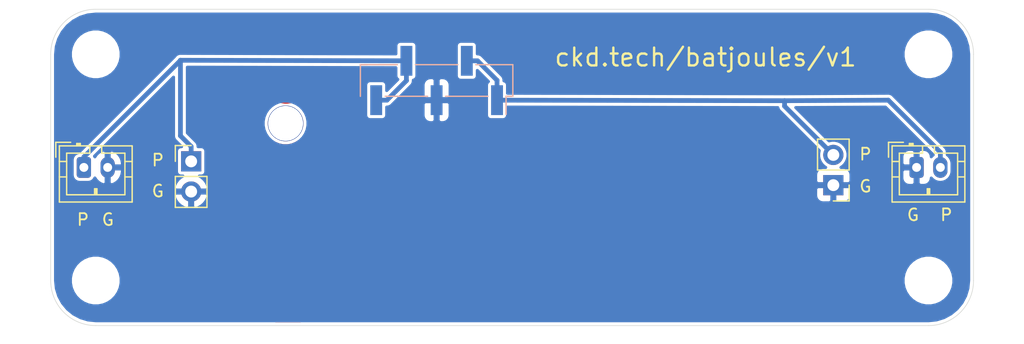
<source format=kicad_pcb>
(kicad_pcb (version 20171130) (host pcbnew "(5.1.5-0-10_14)")

  (general
    (thickness 1.6)
    (drawings 26)
    (tracks 23)
    (zones 0)
    (modules 11)
    (nets 4)
  )

  (page A4)
  (layers
    (0 F.Cu signal)
    (31 B.Cu signal)
    (32 B.Adhes user)
    (33 F.Adhes user)
    (34 B.Paste user)
    (35 F.Paste user)
    (36 B.SilkS user)
    (37 F.SilkS user)
    (38 B.Mask user)
    (39 F.Mask user)
    (40 Dwgs.User user hide)
    (41 Cmts.User user)
    (42 Eco1.User user)
    (43 Eco2.User user)
    (44 Edge.Cuts user)
    (45 Margin user)
    (46 B.CrtYd user)
    (47 F.CrtYd user)
    (48 B.Fab user)
    (49 F.Fab user)
  )

  (setup
    (last_trace_width 0.4)
    (user_trace_width 0.3048)
    (user_trace_width 0.4)
    (trace_clearance 0.2)
    (zone_clearance 0.254)
    (zone_45_only no)
    (trace_min 0.2)
    (via_size 0.8)
    (via_drill 0.4)
    (via_min_size 0.4)
    (via_min_drill 0.3)
    (uvia_size 0.3)
    (uvia_drill 0.1)
    (uvias_allowed no)
    (uvia_min_size 0.2)
    (uvia_min_drill 0.1)
    (edge_width 0.05)
    (segment_width 0.2)
    (pcb_text_width 0.3)
    (pcb_text_size 1.5 1.5)
    (mod_edge_width 0.12)
    (mod_text_size 1 1)
    (mod_text_width 0.15)
    (pad_size 1.524 1.524)
    (pad_drill 0.762)
    (pad_to_mask_clearance 0.051)
    (solder_mask_min_width 0.25)
    (aux_axis_origin 103.79 122.81)
    (grid_origin 173.81 103.79)
    (visible_elements FFFFFF7F)
    (pcbplotparams
      (layerselection 0x010fc_ffffffff)
      (usegerberextensions false)
      (usegerberattributes false)
      (usegerberadvancedattributes false)
      (creategerberjobfile false)
      (excludeedgelayer true)
      (linewidth 0.100000)
      (plotframeref false)
      (viasonmask false)
      (mode 1)
      (useauxorigin false)
      (hpglpennumber 1)
      (hpglpenspeed 20)
      (hpglpendiameter 15.000000)
      (psnegative false)
      (psa4output false)
      (plotreference true)
      (plotvalue true)
      (plotinvisibletext false)
      (padsonsilk false)
      (subtractmaskfromsilk false)
      (outputformat 1)
      (mirror false)
      (drillshape 0)
      (scaleselection 1)
      (outputdirectory "gerber"))
  )

  (net 0 "")
  (net 1 +5V)
  (net 2 GND)
  (net 3 VBUS)

  (net_class Default "This is the default net class."
    (clearance 0.2)
    (trace_width 0.25)
    (via_dia 0.8)
    (via_drill 0.4)
    (uvia_dia 0.3)
    (uvia_drill 0.1)
    (add_net +5V)
    (add_net GND)
    (add_net VBUS)
  )

  (module Connector_JST:JST_PH_B2B-PH-K_1x02_P2.00mm_Vertical (layer F.Cu) (tedit 5B7745C2) (tstamp 5E623E4B)
    (at 172.81 113.3)
    (descr "JST PH series connector, B2B-PH-K (http://www.jst-mfg.com/product/pdf/eng/ePH.pdf), generated with kicad-footprint-generator")
    (tags "connector JST PH side entry")
    (path /5E62003E)
    (fp_text reference J5 (at 1 -2.9) (layer F.SilkS) hide
      (effects (font (size 1 1) (thickness 0.15)))
    )
    (fp_text value Conn_01x02_Male (at 1 4) (layer F.Fab)
      (effects (font (size 1 1) (thickness 0.15)))
    )
    (fp_text user %R (at 1 1.5) (layer F.Fab)
      (effects (font (size 1 1) (thickness 0.15)))
    )
    (fp_line (start 4.45 -2.2) (end -2.45 -2.2) (layer F.CrtYd) (width 0.05))
    (fp_line (start 4.45 3.3) (end 4.45 -2.2) (layer F.CrtYd) (width 0.05))
    (fp_line (start -2.45 3.3) (end 4.45 3.3) (layer F.CrtYd) (width 0.05))
    (fp_line (start -2.45 -2.2) (end -2.45 3.3) (layer F.CrtYd) (width 0.05))
    (fp_line (start 3.95 -1.7) (end -1.95 -1.7) (layer F.Fab) (width 0.1))
    (fp_line (start 3.95 2.8) (end 3.95 -1.7) (layer F.Fab) (width 0.1))
    (fp_line (start -1.95 2.8) (end 3.95 2.8) (layer F.Fab) (width 0.1))
    (fp_line (start -1.95 -1.7) (end -1.95 2.8) (layer F.Fab) (width 0.1))
    (fp_line (start -2.36 -2.11) (end -2.36 -0.86) (layer F.Fab) (width 0.1))
    (fp_line (start -1.11 -2.11) (end -2.36 -2.11) (layer F.Fab) (width 0.1))
    (fp_line (start -2.36 -2.11) (end -2.36 -0.86) (layer F.SilkS) (width 0.12))
    (fp_line (start -1.11 -2.11) (end -2.36 -2.11) (layer F.SilkS) (width 0.12))
    (fp_line (start 1 2.3) (end 1 1.8) (layer F.SilkS) (width 0.12))
    (fp_line (start 1.1 1.8) (end 1.1 2.3) (layer F.SilkS) (width 0.12))
    (fp_line (start 0.9 1.8) (end 1.1 1.8) (layer F.SilkS) (width 0.12))
    (fp_line (start 0.9 2.3) (end 0.9 1.8) (layer F.SilkS) (width 0.12))
    (fp_line (start 4.06 0.8) (end 3.45 0.8) (layer F.SilkS) (width 0.12))
    (fp_line (start 4.06 -0.5) (end 3.45 -0.5) (layer F.SilkS) (width 0.12))
    (fp_line (start -2.06 0.8) (end -1.45 0.8) (layer F.SilkS) (width 0.12))
    (fp_line (start -2.06 -0.5) (end -1.45 -0.5) (layer F.SilkS) (width 0.12))
    (fp_line (start 1.5 -1.2) (end 1.5 -1.81) (layer F.SilkS) (width 0.12))
    (fp_line (start 3.45 -1.2) (end 1.5 -1.2) (layer F.SilkS) (width 0.12))
    (fp_line (start 3.45 2.3) (end 3.45 -1.2) (layer F.SilkS) (width 0.12))
    (fp_line (start -1.45 2.3) (end 3.45 2.3) (layer F.SilkS) (width 0.12))
    (fp_line (start -1.45 -1.2) (end -1.45 2.3) (layer F.SilkS) (width 0.12))
    (fp_line (start 0.5 -1.2) (end -1.45 -1.2) (layer F.SilkS) (width 0.12))
    (fp_line (start 0.5 -1.81) (end 0.5 -1.2) (layer F.SilkS) (width 0.12))
    (fp_line (start -0.3 -1.91) (end -0.6 -1.91) (layer F.SilkS) (width 0.12))
    (fp_line (start -0.6 -2.01) (end -0.6 -1.81) (layer F.SilkS) (width 0.12))
    (fp_line (start -0.3 -2.01) (end -0.6 -2.01) (layer F.SilkS) (width 0.12))
    (fp_line (start -0.3 -1.81) (end -0.3 -2.01) (layer F.SilkS) (width 0.12))
    (fp_line (start 4.06 -1.81) (end -2.06 -1.81) (layer F.SilkS) (width 0.12))
    (fp_line (start 4.06 2.91) (end 4.06 -1.81) (layer F.SilkS) (width 0.12))
    (fp_line (start -2.06 2.91) (end 4.06 2.91) (layer F.SilkS) (width 0.12))
    (fp_line (start -2.06 -1.81) (end -2.06 2.91) (layer F.SilkS) (width 0.12))
    (pad 2 thru_hole oval (at 2 0) (size 1.2 1.75) (drill 0.75) (layers *.Cu *.Mask)
      (net 3 VBUS))
    (pad 1 thru_hole roundrect (at 0 0) (size 1.2 1.75) (drill 0.75) (layers *.Cu *.Mask) (roundrect_rratio 0.208333)
      (net 2 GND))
    (model ${KISYS3DMOD}/Connector_JST.3dshapes/JST_PH_B2B-PH-K_1x02_P2.00mm_Vertical.wrl
      (at (xyz 0 0 0))
      (scale (xyz 1 1 1))
      (rotate (xyz 0 0 0))
    )
  )

  (module Connector_PinHeader_2.54mm:PinHeader_1x02_P2.54mm_Vertical (layer F.Cu) (tedit 59FED5CC) (tstamp 5E623E21)
    (at 165.81 114.79 180)
    (descr "Through hole straight pin header, 1x02, 2.54mm pitch, single row")
    (tags "Through hole pin header THT 1x02 2.54mm single row")
    (path /5E61F3C3)
    (fp_text reference J4 (at 0 -2.33) (layer F.SilkS) hide
      (effects (font (size 1 1) (thickness 0.15)))
    )
    (fp_text value Conn_01x02_Female (at 0 4.87) (layer F.Fab)
      (effects (font (size 1 1) (thickness 0.15)))
    )
    (fp_text user %R (at 0 1.27 90) (layer F.Fab)
      (effects (font (size 1 1) (thickness 0.15)))
    )
    (fp_line (start 1.8 -1.8) (end -1.8 -1.8) (layer F.CrtYd) (width 0.05))
    (fp_line (start 1.8 4.35) (end 1.8 -1.8) (layer F.CrtYd) (width 0.05))
    (fp_line (start -1.8 4.35) (end 1.8 4.35) (layer F.CrtYd) (width 0.05))
    (fp_line (start -1.8 -1.8) (end -1.8 4.35) (layer F.CrtYd) (width 0.05))
    (fp_line (start -1.33 -1.33) (end 0 -1.33) (layer F.SilkS) (width 0.12))
    (fp_line (start -1.33 0) (end -1.33 -1.33) (layer F.SilkS) (width 0.12))
    (fp_line (start -1.33 1.27) (end 1.33 1.27) (layer F.SilkS) (width 0.12))
    (fp_line (start 1.33 1.27) (end 1.33 3.87) (layer F.SilkS) (width 0.12))
    (fp_line (start -1.33 1.27) (end -1.33 3.87) (layer F.SilkS) (width 0.12))
    (fp_line (start -1.33 3.87) (end 1.33 3.87) (layer F.SilkS) (width 0.12))
    (fp_line (start -1.27 -0.635) (end -0.635 -1.27) (layer F.Fab) (width 0.1))
    (fp_line (start -1.27 3.81) (end -1.27 -0.635) (layer F.Fab) (width 0.1))
    (fp_line (start 1.27 3.81) (end -1.27 3.81) (layer F.Fab) (width 0.1))
    (fp_line (start 1.27 -1.27) (end 1.27 3.81) (layer F.Fab) (width 0.1))
    (fp_line (start -0.635 -1.27) (end 1.27 -1.27) (layer F.Fab) (width 0.1))
    (pad 2 thru_hole oval (at 0 2.54 180) (size 1.7 1.7) (drill 1) (layers *.Cu *.Mask)
      (net 3 VBUS))
    (pad 1 thru_hole rect (at 0 0 180) (size 1.7 1.7) (drill 1) (layers *.Cu *.Mask)
      (net 2 GND))
    (model ${KISYS3DMOD}/Connector_PinHeader_2.54mm.3dshapes/PinHeader_1x02_P2.54mm_Vertical.wrl
      (at (xyz 0 0 0))
      (scale (xyz 1 1 1))
      (rotate (xyz 0 0 0))
    )
  )

  (module Connector_PinHeader_2.54mm:PinHeader_1x02_P2.54mm_Vertical (layer F.Cu) (tedit 59FED5CC) (tstamp 5E623DDF)
    (at 111.81 112.79)
    (descr "Through hole straight pin header, 1x02, 2.54mm pitch, single row")
    (tags "Through hole pin header THT 1x02 2.54mm single row")
    (path /5E61F190)
    (fp_text reference J2 (at 0 -2.33) (layer F.SilkS) hide
      (effects (font (size 1 1) (thickness 0.15)))
    )
    (fp_text value Conn_01x02_Female (at 0 4.87) (layer F.Fab)
      (effects (font (size 1 1) (thickness 0.15)))
    )
    (fp_text user %R (at 0 1.27 90) (layer F.Fab)
      (effects (font (size 1 1) (thickness 0.15)))
    )
    (fp_line (start 1.8 -1.8) (end -1.8 -1.8) (layer F.CrtYd) (width 0.05))
    (fp_line (start 1.8 4.35) (end 1.8 -1.8) (layer F.CrtYd) (width 0.05))
    (fp_line (start -1.8 4.35) (end 1.8 4.35) (layer F.CrtYd) (width 0.05))
    (fp_line (start -1.8 -1.8) (end -1.8 4.35) (layer F.CrtYd) (width 0.05))
    (fp_line (start -1.33 -1.33) (end 0 -1.33) (layer F.SilkS) (width 0.12))
    (fp_line (start -1.33 0) (end -1.33 -1.33) (layer F.SilkS) (width 0.12))
    (fp_line (start -1.33 1.27) (end 1.33 1.27) (layer F.SilkS) (width 0.12))
    (fp_line (start 1.33 1.27) (end 1.33 3.87) (layer F.SilkS) (width 0.12))
    (fp_line (start -1.33 1.27) (end -1.33 3.87) (layer F.SilkS) (width 0.12))
    (fp_line (start -1.33 3.87) (end 1.33 3.87) (layer F.SilkS) (width 0.12))
    (fp_line (start -1.27 -0.635) (end -0.635 -1.27) (layer F.Fab) (width 0.1))
    (fp_line (start -1.27 3.81) (end -1.27 -0.635) (layer F.Fab) (width 0.1))
    (fp_line (start 1.27 3.81) (end -1.27 3.81) (layer F.Fab) (width 0.1))
    (fp_line (start 1.27 -1.27) (end 1.27 3.81) (layer F.Fab) (width 0.1))
    (fp_line (start -0.635 -1.27) (end 1.27 -1.27) (layer F.Fab) (width 0.1))
    (pad 2 thru_hole oval (at 0 2.54) (size 1.7 1.7) (drill 1) (layers *.Cu *.Mask)
      (net 2 GND))
    (pad 1 thru_hole rect (at 0 0) (size 1.7 1.7) (drill 1) (layers *.Cu *.Mask)
      (net 1 +5V))
    (model ${KISYS3DMOD}/Connector_PinHeader_2.54mm.3dshapes/PinHeader_1x02_P2.54mm_Vertical.wrl
      (at (xyz 0 0 0))
      (scale (xyz 1 1 1))
      (rotate (xyz 0 0 0))
    )
  )

  (module Connector_JST:JST_PH_B2B-PH-K_1x02_P2.00mm_Vertical (layer F.Cu) (tedit 5B7745C2) (tstamp 5E623DC9)
    (at 102.79 113.3)
    (descr "JST PH series connector, B2B-PH-K (http://www.jst-mfg.com/product/pdf/eng/ePH.pdf), generated with kicad-footprint-generator")
    (tags "connector JST PH side entry")
    (path /5E61EB72)
    (fp_text reference J1 (at 1 -2.9) (layer F.SilkS) hide
      (effects (font (size 1 1) (thickness 0.15)))
    )
    (fp_text value Conn_01x02_Male (at 1 4) (layer F.Fab)
      (effects (font (size 1 1) (thickness 0.15)))
    )
    (fp_text user %R (at 1 1.5) (layer F.Fab)
      (effects (font (size 1 1) (thickness 0.15)))
    )
    (fp_line (start 4.45 -2.2) (end -2.45 -2.2) (layer F.CrtYd) (width 0.05))
    (fp_line (start 4.45 3.3) (end 4.45 -2.2) (layer F.CrtYd) (width 0.05))
    (fp_line (start -2.45 3.3) (end 4.45 3.3) (layer F.CrtYd) (width 0.05))
    (fp_line (start -2.45 -2.2) (end -2.45 3.3) (layer F.CrtYd) (width 0.05))
    (fp_line (start 3.95 -1.7) (end -1.95 -1.7) (layer F.Fab) (width 0.1))
    (fp_line (start 3.95 2.8) (end 3.95 -1.7) (layer F.Fab) (width 0.1))
    (fp_line (start -1.95 2.8) (end 3.95 2.8) (layer F.Fab) (width 0.1))
    (fp_line (start -1.95 -1.7) (end -1.95 2.8) (layer F.Fab) (width 0.1))
    (fp_line (start -2.36 -2.11) (end -2.36 -0.86) (layer F.Fab) (width 0.1))
    (fp_line (start -1.11 -2.11) (end -2.36 -2.11) (layer F.Fab) (width 0.1))
    (fp_line (start -2.36 -2.11) (end -2.36 -0.86) (layer F.SilkS) (width 0.12))
    (fp_line (start -1.11 -2.11) (end -2.36 -2.11) (layer F.SilkS) (width 0.12))
    (fp_line (start 1 2.3) (end 1 1.8) (layer F.SilkS) (width 0.12))
    (fp_line (start 1.1 1.8) (end 1.1 2.3) (layer F.SilkS) (width 0.12))
    (fp_line (start 0.9 1.8) (end 1.1 1.8) (layer F.SilkS) (width 0.12))
    (fp_line (start 0.9 2.3) (end 0.9 1.8) (layer F.SilkS) (width 0.12))
    (fp_line (start 4.06 0.8) (end 3.45 0.8) (layer F.SilkS) (width 0.12))
    (fp_line (start 4.06 -0.5) (end 3.45 -0.5) (layer F.SilkS) (width 0.12))
    (fp_line (start -2.06 0.8) (end -1.45 0.8) (layer F.SilkS) (width 0.12))
    (fp_line (start -2.06 -0.5) (end -1.45 -0.5) (layer F.SilkS) (width 0.12))
    (fp_line (start 1.5 -1.2) (end 1.5 -1.81) (layer F.SilkS) (width 0.12))
    (fp_line (start 3.45 -1.2) (end 1.5 -1.2) (layer F.SilkS) (width 0.12))
    (fp_line (start 3.45 2.3) (end 3.45 -1.2) (layer F.SilkS) (width 0.12))
    (fp_line (start -1.45 2.3) (end 3.45 2.3) (layer F.SilkS) (width 0.12))
    (fp_line (start -1.45 -1.2) (end -1.45 2.3) (layer F.SilkS) (width 0.12))
    (fp_line (start 0.5 -1.2) (end -1.45 -1.2) (layer F.SilkS) (width 0.12))
    (fp_line (start 0.5 -1.81) (end 0.5 -1.2) (layer F.SilkS) (width 0.12))
    (fp_line (start -0.3 -1.91) (end -0.6 -1.91) (layer F.SilkS) (width 0.12))
    (fp_line (start -0.6 -2.01) (end -0.6 -1.81) (layer F.SilkS) (width 0.12))
    (fp_line (start -0.3 -2.01) (end -0.6 -2.01) (layer F.SilkS) (width 0.12))
    (fp_line (start -0.3 -1.81) (end -0.3 -2.01) (layer F.SilkS) (width 0.12))
    (fp_line (start 4.06 -1.81) (end -2.06 -1.81) (layer F.SilkS) (width 0.12))
    (fp_line (start 4.06 2.91) (end 4.06 -1.81) (layer F.SilkS) (width 0.12))
    (fp_line (start -2.06 2.91) (end 4.06 2.91) (layer F.SilkS) (width 0.12))
    (fp_line (start -2.06 -1.81) (end -2.06 2.91) (layer F.SilkS) (width 0.12))
    (pad 2 thru_hole oval (at 2 0) (size 1.2 1.75) (drill 0.75) (layers *.Cu *.Mask)
      (net 2 GND))
    (pad 1 thru_hole roundrect (at 0 0) (size 1.2 1.75) (drill 0.75) (layers *.Cu *.Mask) (roundrect_rratio 0.208333)
      (net 1 +5V))
    (model ${KISYS3DMOD}/Connector_JST.3dshapes/JST_PH_B2B-PH-K_1x02_P2.00mm_Vertical.wrl
      (at (xyz 0 0 0))
      (scale (xyz 1 1 1))
      (rotate (xyz 0 0 0))
    )
  )

  (module MountingHole:MountingHole_3mm (layer F.Cu) (tedit 5DDB7554) (tstamp 5DDA38AA)
    (at 119.75 109.6)
    (descr "Mounting Hole 3mm, no annular")
    (tags "mounting hole 3mm no annular")
    (attr virtual)
    (fp_text reference REF** (at 0 -4) (layer F.SilkS) hide
      (effects (font (size 1 1) (thickness 0.15)))
    )
    (fp_text value MountingHole_3mm (at 0 4) (layer F.Fab)
      (effects (font (size 1 1) (thickness 0.15)))
    )
    (fp_circle (center 0 0) (end 3.25 0) (layer F.CrtYd) (width 0.05))
    (fp_circle (center 0 0) (end 3 0) (layer Cmts.User) (width 0.15))
    (fp_text user %R (at 0.3 0) (layer F.Fab)
      (effects (font (size 1 1) (thickness 0.15)))
    )
    (pad "" np_thru_hole circle (at 0 0) (size 2.999999 2.999999) (drill 2.921) (layers *.Cu *.Mask))
  )

  (module chickadee:chickadee_3mm_fcu (layer F.Cu) (tedit 0) (tstamp 5DDB7114)
    (at 121.56 106.54)
    (attr virtual)
    (fp_text reference G*** (at 0 0) (layer F.SilkS) hide
      (effects (font (size 1.524 1.524) (thickness 0.3)))
    )
    (fp_text value "Chickadee 3mm" (at 0.75 0) (layer F.SilkS) hide
      (effects (font (size 1.524 1.524) (thickness 0.3)))
    )
    (fp_poly (pts (xy -2.158969 -1.476897) (xy -2.121134 -1.475122) (xy -2.085237 -1.47205) (xy -2.049588 -1.467549)
      (xy -2.012501 -1.461488) (xy -1.987463 -1.456774) (xy -1.950495 -1.449127) (xy -1.91523 -1.440944)
      (xy -1.880622 -1.431892) (xy -1.845624 -1.421636) (xy -1.809191 -1.409844) (xy -1.770278 -1.396182)
      (xy -1.727839 -1.380316) (xy -1.680827 -1.361912) (xy -1.645263 -1.347594) (xy -1.598042 -1.328195)
      (xy -1.550102 -1.308057) (xy -1.501041 -1.286989) (xy -1.450453 -1.264801) (xy -1.397934 -1.241305)
      (xy -1.343079 -1.216311) (xy -1.285486 -1.189628) (xy -1.224749 -1.161068) (xy -1.160464 -1.130441)
      (xy -1.092227 -1.097558) (xy -1.019635 -1.062228) (xy -0.942281 -1.024263) (xy -0.859764 -0.983472)
      (xy -0.771677 -0.939667) (xy -0.713915 -0.910823) (xy -0.632201 -0.870036) (xy -0.556268 -0.832302)
      (xy -0.485642 -0.797404) (xy -0.419851 -0.765125) (xy -0.358423 -0.735248) (xy -0.300885 -0.707556)
      (xy -0.246765 -0.681833) (xy -0.195591 -0.657862) (xy -0.146889 -0.635425) (xy -0.100189 -0.614305)
      (xy -0.055018 -0.594286) (xy -0.010903 -0.575152) (xy 0.032629 -0.556684) (xy 0.076049 -0.538666)
      (xy 0.119829 -0.520881) (xy 0.164443 -0.503112) (xy 0.210363 -0.485143) (xy 0.227542 -0.478491)
      (xy 0.251524 -0.469207) (xy 0.273788 -0.460545) (xy 0.293348 -0.452891) (xy 0.309219 -0.446634)
      (xy 0.320414 -0.44216) (xy 0.325784 -0.43993) (xy 0.335832 -0.435427) (xy 0.320698 -0.416151)
      (xy 0.308889 -0.402098) (xy 0.29292 -0.384518) (xy 0.273921 -0.364551) (xy 0.253023 -0.343337)
      (xy 0.231357 -0.322014) (xy 0.210055 -0.301723) (xy 0.190246 -0.283603) (xy 0.181681 -0.27608)
      (xy 0.106102 -0.214961) (xy 0.024352 -0.156762) (xy -0.063253 -0.101625) (xy -0.156399 -0.049694)
      (xy -0.254769 -0.001114) (xy -0.358048 0.043973) (xy -0.465921 0.085422) (xy -0.578072 0.123091)
      (xy -0.694186 0.156835) (xy -0.813946 0.18651) (xy -0.853722 0.195281) (xy -0.912747 0.207567)
      (xy -0.966586 0.218013) (xy -1.016795 0.226877) (xy -1.064926 0.234413) (xy -1.112531 0.240877)
      (xy -1.161165 0.246526) (xy -1.171222 0.247588) (xy -1.191268 0.249185) (xy -1.216488 0.250438)
      (xy -1.245561 0.251348) (xy -1.277167 0.251913) (xy -1.309986 0.252134) (xy -1.342697 0.252011)
      (xy -1.37398 0.251543) (xy -1.402515 0.25073) (xy -1.426981 0.249572) (xy -1.446059 0.248069)
      (xy -1.449917 0.247629) (xy -1.520413 0.236359) (xy -1.585332 0.220777) (xy -1.644686 0.200875)
      (xy -1.698489 0.176642) (xy -1.746754 0.148071) (xy -1.789494 0.115152) (xy -1.826725 0.077875)
      (xy -1.858458 0.036233) (xy -1.884708 -0.009784) (xy -1.904186 -0.056444) (xy -1.913436 -0.084664)
      (xy -1.92005 -0.11021) (xy -1.924389 -0.13533) (xy -1.926811 -0.162274) (xy -1.927677 -0.19329)
      (xy -1.927689 -0.20331) (xy -1.927494 -0.260217) (xy -1.950459 -0.26257) (xy -1.973423 -0.264922)
      (xy -2.023181 -0.23099) (xy -2.022739 -0.181641) (xy -2.018754 -0.12341) (xy -2.007973 -0.066659)
      (xy -1.990573 -0.011805) (xy -1.966733 0.040732) (xy -1.936631 0.090536) (xy -1.900446 0.137188)
      (xy -1.875226 0.164155) (xy -1.83459 0.201) (xy -1.79086 0.233371) (xy -1.743528 0.261491)
      (xy -1.692089 0.285584) (xy -1.636034 0.305873) (xy -1.574857 0.322584) (xy -1.508052 0.335938)
      (xy -1.474611 0.341113) (xy -1.453545 0.343389) (xy -1.426697 0.345185) (xy -1.395325 0.3465)
      (xy -1.360685 0.347334) (xy -1.324034 0.347688) (xy -1.286631 0.347562) (xy -1.249731 0.346956)
      (xy -1.214593 0.34587) (xy -1.182474 0.344303) (xy -1.15463 0.342257) (xy -1.143 0.341088)
      (xy -1.028753 0.325915) (xy -0.913621 0.306055) (xy -0.798476 0.28177) (xy -0.684191 0.253321)
      (xy -0.571641 0.220969) (xy -0.461697 0.184975) (xy -0.355234 0.1456) (xy -0.253124 0.103106)
      (xy -0.15624 0.057754) (xy -0.101392 0.029498) (xy -0.018282 -0.017249) (xy 0.060658 -0.066369)
      (xy 0.134981 -0.117513) (xy 0.204241 -0.170332) (xy 0.267993 -0.224478) (xy 0.325791 -0.279603)
      (xy 0.377188 -0.335357) (xy 0.39888 -0.36152) (xy 0.413589 -0.379428) (xy 0.424647 -0.391741)
      (xy 0.432321 -0.398733) (xy 0.436878 -0.400678) (xy 0.437106 -0.400627) (xy 0.451682 -0.396988)
      (xy 0.472129 -0.392861) (xy 0.497296 -0.388412) (xy 0.526029 -0.383807) (xy 0.557174 -0.379213)
      (xy 0.589579 -0.374796) (xy 0.622091 -0.370724) (xy 0.653556 -0.367163) (xy 0.682821 -0.36428)
      (xy 0.696736 -0.363107) (xy 0.726996 -0.36137) (xy 0.760509 -0.360689) (xy 0.797721 -0.361091)
      (xy 0.839075 -0.362602) (xy 0.885017 -0.36525) (xy 0.935991 -0.369062) (xy 0.992441 -0.374063)
      (xy 1.054812 -0.380281) (xy 1.123548 -0.387744) (xy 1.144764 -0.390147) (xy 1.242696 -0.401961)
      (xy 1.34711 -0.415747) (xy 1.457726 -0.431456) (xy 1.574267 -0.449038) (xy 1.696454 -0.468441)
      (xy 1.824011 -0.489614) (xy 1.956657 -0.512508) (xy 2.094117 -0.537072) (xy 2.23611 -0.563254)
      (xy 2.38236 -0.591005) (xy 2.532588 -0.620273) (xy 2.686517 -0.651009) (xy 2.843867 -0.68316)
      (xy 3.004361 -0.716678) (xy 3.167721 -0.751511) (xy 3.333669 -0.787608) (xy 3.361972 -0.793834)
      (xy 3.393505 -0.800732) (xy 3.423573 -0.807213) (xy 3.451326 -0.813101) (xy 3.475913 -0.81822)
      (xy 3.496484 -0.822393) (xy 3.512186 -0.825444) (xy 3.52217 -0.827196) (xy 3.52425 -0.82748)
      (xy 3.551629 -0.827397) (xy 3.580597 -0.821802) (xy 3.609337 -0.81136) (xy 3.636032 -0.796737)
      (xy 3.658863 -0.7786) (xy 3.659577 -0.777903) (xy 3.670334 -0.765542) (xy 3.683559 -0.747416)
      (xy 3.698873 -0.724218) (xy 3.715898 -0.696638) (xy 3.734253 -0.665367) (xy 3.753562 -0.631098)
      (xy 3.773444 -0.594521) (xy 3.793521 -0.556329) (xy 3.813415 -0.517211) (xy 3.832747 -0.477861)
      (xy 3.851137 -0.438969) (xy 3.868208 -0.401226) (xy 3.876938 -0.381112) (xy 3.904418 -0.312172)
      (xy 3.926295 -0.247247) (xy 3.942564 -0.186369) (xy 3.95322 -0.129572) (xy 3.958258 -0.076888)
      (xy 3.957674 -0.02835) (xy 3.951462 0.016008) (xy 3.940303 0.054355) (xy 3.930721 0.074617)
      (xy 3.917158 0.09653) (xy 3.901359 0.117628) (xy 3.885072 0.135441) (xy 3.879089 0.14086)
      (xy 3.8637 0.152771) (xy 3.847081 0.163287) (xy 3.828689 0.172518) (xy 3.807978 0.180574)
      (xy 3.784406 0.187565) (xy 3.757427 0.193602) (xy 3.726498 0.198794) (xy 3.691074 0.203252)
      (xy 3.650612 0.207086) (xy 3.604567 0.210405) (xy 3.552396 0.213321) (xy 3.511903 0.215182)
      (xy 3.492132 0.215961) (xy 3.466304 0.216876) (xy 3.435416 0.217897) (xy 3.400464 0.218994)
      (xy 3.362446 0.220137) (xy 3.322357 0.221294) (xy 3.281195 0.222437) (xy 3.239956 0.223534)
      (xy 3.219097 0.22407) (xy 3.113132 0.226865) (xy 3.013623 0.229728) (xy 2.919971 0.232688)
      (xy 2.831576 0.235774) (xy 2.74784 0.239016) (xy 2.668162 0.242444) (xy 2.591944 0.246086)
      (xy 2.518587 0.249972) (xy 2.447491 0.254132) (xy 2.378056 0.258595) (xy 2.309683 0.26339)
      (xy 2.241774 0.268548) (xy 2.173729 0.274096) (xy 2.137833 0.277168) (xy 1.985425 0.291484)
      (xy 1.838916 0.307501) (xy 1.697314 0.325426) (xy 1.559629 0.345462) (xy 1.424869 0.367813)
      (xy 1.292042 0.392686) (xy 1.160156 0.420283) (xy 1.028221 0.450811) (xy 0.895244 0.484473)
      (xy 0.760234 0.521474) (xy 0.622199 0.562018) (xy 0.480149 0.606311) (xy 0.372181 0.641516)
      (xy 0.315529 0.660415) (xy 0.263101 0.678181) (xy 0.214324 0.695079) (xy 0.168627 0.711377)
      (xy 0.125437 0.72734) (xy 0.084184 0.743235) (xy 0.044295 0.759327) (xy 0.005199 0.775884)
      (xy -0.033675 0.79317) (xy -0.072901 0.811452) (xy -0.113048 0.830997) (xy -0.15469 0.852071)
      (xy -0.198398 0.874939) (xy -0.244743 0.899869) (xy -0.294297 0.927125) (xy -0.347632 0.956975)
      (xy -0.40532 0.989684) (xy -0.467932 1.025519) (xy -0.532694 1.062815) (xy -0.582887 1.091743)
      (xy -0.627657 1.11745) (xy -0.667661 1.140298) (xy -0.703555 1.160648) (xy -0.735994 1.178863)
      (xy -0.765635 1.195303) (xy -0.793134 1.21033) (xy -0.819147 1.224307) (xy -0.84433 1.237594)
      (xy -0.869338 1.250554) (xy -0.894828 1.263549) (xy -0.917222 1.27482) (xy -0.982539 1.306741)
      (xy -1.043326 1.334702) (xy -1.100631 1.359064) (xy -1.155499 1.380188) (xy -1.208978 1.398436)
      (xy -1.262115 1.414169) (xy -1.315957 1.427748) (xy -1.371551 1.439537) (xy -1.419025 1.448094)
      (xy -1.478301 1.457475) (xy -1.532886 1.464849) (xy -1.584804 1.470377) (xy -1.636074 1.474223)
      (xy -1.688721 1.47655) (xy -1.744766 1.477522) (xy -1.783292 1.477509) (xy -1.80988 1.477309)
      (xy -1.834924 1.477051) (xy -1.85733 1.476751) (xy -1.876003 1.476426) (xy -1.889851 1.476092)
      (xy -1.897777 1.475767) (xy -1.897944 1.475755) (xy -1.988991 1.46674) (xy -2.0788 1.453096)
      (xy -2.166515 1.435042) (xy -2.251282 1.412798) (xy -2.332244 1.386583) (xy -2.408545 1.356619)
      (xy -2.466209 1.329817) (xy -2.552043 1.282919) (xy -2.63567 1.229377) (xy -2.717012 1.169273)
      (xy -2.795994 1.10269) (xy -2.872539 1.029708) (xy -2.946571 0.950411) (xy -3.018015 0.864879)
      (xy -3.086793 0.773196) (xy -3.152829 0.675442) (xy -3.216048 0.571701) (xy -3.276373 0.462053)
      (xy -3.2807 0.453746) (xy -3.317707 0.378734) (xy -3.352221 0.300989) (xy -3.3846 0.21958)
      (xy -3.415202 0.133574) (xy -3.444388 0.042039) (xy -3.46089 -0.014242) (xy -3.468457 -0.040831)
      (xy -3.714194 -0.139956) (xy -3.753671 -0.155931) (xy -3.791187 -0.171209) (xy -3.826234 -0.185578)
      (xy -3.858306 -0.198827) (xy -3.886898 -0.210743) (xy -3.911502 -0.221113) (xy -3.931612 -0.229726)
      (xy -3.946722 -0.23637) (xy -3.956326 -0.240832) (xy -3.959917 -0.242899) (xy -3.959931 -0.242945)
      (xy -3.957356 -0.245822) (xy -3.949885 -0.253035) (xy -3.937902 -0.264238) (xy -3.921787 -0.279083)
      (xy -3.901922 -0.297224) (xy -3.87869 -0.318314) (xy -3.852471 -0.342006) (xy -3.823649 -0.367952)
      (xy -3.792605 -0.395807) (xy -3.75972 -0.425222) (xy -3.734153 -0.448034) (xy -3.508375 -0.649259)
      (xy -3.493997 -0.688978) (xy -3.465662 -0.759052) (xy -3.432414 -0.825955) (xy -3.393848 -0.890293)
      (xy -3.349555 -0.952676) (xy -3.29913 -1.013713) (xy -3.242165 -1.07401) (xy -3.225776 -1.090083)
      (xy -3.158462 -1.150261) (xy -3.08587 -1.205941) (xy -3.008266 -1.25699) (xy -2.925914 -1.303278)
      (xy -2.839079 -1.34467) (xy -2.748026 -1.381036) (xy -2.653021 -1.412242) (xy -2.554329 -1.438158)
      (xy -2.50825 -1.448166) (xy -2.463853 -1.456803) (xy -2.424131 -1.463573) (xy -2.387021 -1.468705)
      (xy -2.35046 -1.472428) (xy -2.312386 -1.474971) (xy -2.270735 -1.476561) (xy -2.247194 -1.477084)
      (xy -2.200426 -1.477507) (xy -2.158969 -1.476897)) (layer F.Mask) (width 0.01))
    (fp_poly (pts (xy -2.190577 -1.394931) (xy -2.158906 -1.394428) (xy -2.131275 -1.393379) (xy -2.106176 -1.39166)
      (xy -2.082107 -1.389149) (xy -2.057561 -1.385724) (xy -2.031033 -1.38126) (xy -2.009069 -1.377185)
      (xy -1.950214 -1.364422) (xy -1.889117 -1.348355) (xy -1.828664 -1.329818) (xy -1.77174 -1.309646)
      (xy -1.760361 -1.305223) (xy -1.717183 -1.28803) (xy -1.674808 -1.270892) (xy -1.63285 -1.25363)
      (xy -1.59092 -1.236063) (xy -1.548631 -1.218011) (xy -1.505596 -1.199293) (xy -1.461427 -1.179729)
      (xy -1.415735 -1.159138) (xy -1.368134 -1.137341) (xy -1.318236 -1.114156) (xy -1.265653 -1.089403)
      (xy -1.209997 -1.062901) (xy -1.150882 -1.034472) (xy -1.087918 -1.003933) (xy -1.02072 -0.971104)
      (xy -0.948898 -0.935806) (xy -0.872065 -0.897857) (xy -0.789834 -0.857077) (xy -0.701817 -0.813286)
      (xy -0.679097 -0.801963) (xy -0.600817 -0.763019) (xy -0.528298 -0.72712) (xy -0.461051 -0.694039)
      (xy -0.398585 -0.663552) (xy -0.340411 -0.635433) (xy -0.286038 -0.609455) (xy -0.234976 -0.585394)
      (xy -0.186735 -0.563022) (xy -0.140825 -0.542115) (xy -0.096756 -0.522447) (xy -0.054038 -0.503792)
      (xy -0.012181 -0.485924) (xy 0.029306 -0.468618) (xy 0.070912 -0.451647) (xy 0.113128 -0.434787)
      (xy 0.146403 -0.421719) (xy 0.169926 -0.412482) (xy 0.191319 -0.403963) (xy 0.209688 -0.396527)
      (xy 0.224143 -0.39054) (xy 0.233791 -0.386365) (xy 0.237732 -0.384376) (xy 0.237199 -0.380281)
      (xy 0.231987 -0.372263) (xy 0.222739 -0.361032) (xy 0.2101 -0.347296) (xy 0.194712 -0.331764)
      (xy 0.177219 -0.315145) (xy 0.164178 -0.303343) (xy 0.096199 -0.247242) (xy 0.021764 -0.193747)
      (xy -0.059006 -0.142914) (xy -0.145989 -0.0948) (xy -0.239062 -0.049462) (xy -0.338103 -0.006957)
      (xy -0.442991 0.032658) (xy -0.553602 0.069327) (xy -0.669815 0.102992) (xy -0.756708 0.125296)
      (xy -0.857303 0.148538) (xy -0.952291 0.167867) (xy -1.041919 0.183303) (xy -1.126439 0.194868)
      (xy -1.206099 0.20258) (xy -1.281149 0.206462) (xy -1.351837 0.206535) (xy -1.418413 0.202818)
      (xy -1.481126 0.195332) (xy -1.518918 0.18866) (xy -1.57955 0.173748) (xy -1.634906 0.154367)
      (xy -1.684914 0.13059) (xy -1.729501 0.102491) (xy -1.768596 0.070142) (xy -1.802127 0.033617)
      (xy -1.830021 -0.007012) (xy -1.852205 -0.051671) (xy -1.868608 -0.100287) (xy -1.879158 -0.152786)
      (xy -1.882097 -0.17906) (xy -1.882915 -0.190167) (xy -1.883851 -0.198302) (xy -1.885889 -0.204006)
      (xy -1.890009 -0.207822) (xy -1.897194 -0.21029) (xy -1.908425 -0.211954) (xy -1.924685 -0.213354)
      (xy -1.946955 -0.215033) (xy -1.947333 -0.215063) (xy -1.974885 -0.21729) (xy -1.996056 -0.219184)
      (xy -2.011509 -0.220834) (xy -2.021906 -0.222327) (xy -2.02791 -0.223751) (xy -2.030183 -0.225193)
      (xy -2.030082 -0.226026) (xy -2.032027 -0.227335) (xy -2.038861 -0.22756) (xy -2.048532 -0.226886)
      (xy -2.05899 -0.225503) (xy -2.068183 -0.223597) (xy -2.072569 -0.222141) (xy -2.078077 -0.220624)
      (xy -2.089384 -0.218164) (xy -2.105331 -0.214992) (xy -2.124759 -0.211335) (xy -2.146511 -0.207422)
      (xy -2.151944 -0.206471) (xy -2.23343 -0.192964) (xy -2.310846 -0.181591) (xy -2.386734 -0.172013)
      (xy -2.463633 -0.163891) (xy -2.487083 -0.161706) (xy -2.509513 -0.160112) (xy -2.536719 -0.158879)
      (xy -2.567348 -0.158007) (xy -2.600049 -0.157496) (xy -2.633471 -0.157348) (xy -2.666262 -0.157562)
      (xy -2.69707 -0.158139) (xy -2.724545 -0.15908) (xy -2.747334 -0.160385) (xy -2.760486 -0.161598)
      (xy -2.833314 -0.171253) (xy -2.904171 -0.18314) (xy -2.974932 -0.197651) (xy -3.047473 -0.215178)
      (xy -3.123669 -0.23611) (xy -3.139143 -0.240632) (xy -3.161757 -0.247425) (xy -3.178423 -0.252778)
      (xy -3.190018 -0.257041) (xy -3.197422 -0.260562) (xy -3.20151 -0.263691) (xy -3.202943 -0.266032)
      (xy -3.203909 -0.271145) (xy -3.205491 -0.282439) (xy -3.20759 -0.299075) (xy -3.210105 -0.320217)
      (xy -3.212937 -0.345025) (xy -3.215987 -0.372662) (xy -3.219082 -0.401608) (xy -3.222679 -0.435601)
      (xy -3.225565 -0.463243) (xy -3.227688 -0.485209) (xy -3.228999 -0.50217) (xy -3.229447 -0.514802)
      (xy -3.228982 -0.523777) (xy -3.227553 -0.52977) (xy -3.22511 -0.533453) (xy -3.221603 -0.535501)
      (xy -3.216982 -0.536587) (xy -3.211195 -0.537385) (xy -3.208909 -0.537717) (xy -3.197663 -0.539746)
      (xy -3.180611 -0.543203) (xy -3.158807 -0.547849) (xy -3.1333 -0.553445) (xy -3.105142 -0.559751)
      (xy -3.075385 -0.566529) (xy -3.045079 -0.573539) (xy -3.015275 -0.580543) (xy -2.987025 -0.5873)
      (xy -2.96138 -0.593573) (xy -2.942167 -0.598407) (xy -2.839538 -0.625766) (xy -2.743547 -0.653603)
      (xy -2.653787 -0.682055) (xy -2.569847 -0.711258) (xy -2.49132 -0.74135) (xy -2.417797 -0.772466)
      (xy -2.405944 -0.777787) (xy -2.33527 -0.81224) (xy -2.2633 -0.851978) (xy -2.191754 -0.895908)
      (xy -2.122352 -0.942934) (xy -2.05681 -0.991963) (xy -2.012597 -1.028214) (xy -1.994935 -1.043577)
      (xy -1.976602 -1.059988) (xy -1.958316 -1.076756) (xy -1.940794 -1.09319) (xy -1.924751 -1.108599)
      (xy -1.910905 -1.122291) (xy -1.899973 -1.133576) (xy -1.892671 -1.141762) (xy -1.889717 -1.146159)
      (xy -1.889781 -1.146632) (xy -1.895886 -1.149881) (xy -1.907863 -1.154203) (xy -1.924653 -1.159337)
      (xy -1.945199 -1.16502) (xy -1.968444 -1.170989) (xy -1.99333 -1.176981) (xy -2.018801 -1.182735)
      (xy -2.043799 -1.187987) (xy -2.067268 -1.192474) (xy -2.088148 -1.195935) (xy -2.088444 -1.195979)
      (xy -2.143487 -1.202523) (xy -2.197821 -1.205577) (xy -2.252961 -1.205107) (xy -2.310419 -1.201077)
      (xy -2.371711 -1.193452) (xy -2.401539 -1.188739) (xy -2.494796 -1.17015) (xy -2.584229 -1.146293)
      (xy -2.669623 -1.117275) (xy -2.750766 -1.083203) (xy -2.827443 -1.044182) (xy -2.899442 -1.000319)
      (xy -2.966549 -0.95172) (xy -3.028551 -0.898491) (xy -3.072051 -0.855085) (xy -3.114426 -0.806444)
      (xy -3.152464 -0.755667) (xy -3.185507 -0.70377) (xy -3.212895 -0.65177) (xy -3.230344 -0.610645)
      (xy -3.23532 -0.598231) (xy -3.239944 -0.588063) (xy -3.243211 -0.582348) (xy -3.246468 -0.579042)
      (xy -3.254369 -0.57133) (xy -3.266439 -0.559666) (xy -3.282207 -0.544504) (xy -3.301199 -0.526296)
      (xy -3.322943 -0.505496) (xy -3.346966 -0.482558) (xy -3.372795 -0.457935) (xy -3.391958 -0.439691)
      (xy -3.418659 -0.414263) (xy -3.443792 -0.390288) (xy -3.466896 -0.368206) (xy -3.487514 -0.34846)
      (xy -3.505187 -0.331487) (xy -3.519455 -0.31773) (xy -3.529861 -0.307629) (xy -3.535945 -0.301624)
      (xy -3.537393 -0.300078) (xy -3.534428 -0.298301) (xy -3.525616 -0.293948) (xy -3.511564 -0.287299)
      (xy -3.492877 -0.278632) (xy -3.470164 -0.268227) (xy -3.444028 -0.256363) (xy -3.415077 -0.243317)
      (xy -3.383917 -0.22937) (xy -3.376532 -0.226077) (xy -3.214874 -0.154058) (xy -3.198019 -0.093786)
      (xy -3.189906 -0.065801) (xy -3.180059 -0.033466) (xy -3.169084 0.001347) (xy -3.157589 0.036762)
      (xy -3.146183 0.070907) (xy -3.135473 0.101907) (xy -3.126489 0.126757) (xy -3.121041 0.140443)
      (xy -3.116521 0.148917) (xy -3.111864 0.153733) (xy -3.10617 0.156392) (xy -3.098868 0.157558)
      (xy -3.085547 0.158496) (xy -3.06724 0.159209) (xy -3.04498 0.159697) (xy -3.019799 0.159965)
      (xy -2.992731 0.160013) (xy -2.964808 0.159845) (xy -2.937063 0.159461) (xy -2.910528 0.158866)
      (xy -2.886237 0.15806) (xy -2.865223 0.157046) (xy -2.848681 0.155841) (xy -2.685739 0.138212)
      (xy -2.585861 0.124838) (xy -2.543141 0.1184) (xy -2.506322 0.1121) (xy -2.474266 0.105624)
      (xy -2.445833 0.098661) (xy -2.419884 0.090899) (xy -2.395279 0.082025) (xy -2.370878 0.071727)
      (xy -2.345543 0.059694) (xy -2.342444 0.058147) (xy -2.286885 0.026813) (xy -2.232336 -0.010789)
      (xy -2.179767 -0.053872) (xy -2.130148 -0.101647) (xy -2.089686 -0.146958) (xy -2.071653 -0.168681)
      (xy -2.069252 -0.143431) (xy -2.062225 -0.096009) (xy -2.050319 -0.046832) (xy -2.034198 0.002224)
      (xy -2.014523 0.049282) (xy -1.991958 0.092463) (xy -1.978281 0.114289) (xy -1.94066 0.164006)
      (xy -1.897859 0.209003) (xy -1.849963 0.249251) (xy -1.797063 0.284723) (xy -1.739243 0.315389)
      (xy -1.676594 0.341223) (xy -1.609201 0.362197) (xy -1.537152 0.378282) (xy -1.460535 0.389451)
      (xy -1.379438 0.395676) (xy -1.293947 0.396929) (xy -1.204152 0.393182) (xy -1.125361 0.386139)
      (xy -1.052218 0.376822) (xy -0.974125 0.364509) (xy -0.892379 0.349481) (xy -0.808276 0.332024)
      (xy -0.723113 0.312418) (xy -0.638187 0.290949) (xy -0.554795 0.267899) (xy -0.478014 0.244745)
      (xy -0.38054 0.212112) (xy -0.286214 0.17667) (xy -0.195387 0.138629) (xy -0.108408 0.098203)
      (xy -0.025628 0.0556) (xy 0.052604 0.011034) (xy 0.125937 -0.035286) (xy 0.194021 -0.083147)
      (xy 0.256506 -0.132339) (xy 0.313041 -0.18265) (xy 0.363278 -0.233869) (xy 0.406865 -0.285785)
      (xy 0.411516 -0.291897) (xy 0.421132 -0.304324) (xy 0.427892 -0.311896) (xy 0.432929 -0.315578)
      (xy 0.437377 -0.316336) (xy 0.439726 -0.315921) (xy 0.459163 -0.311612) (xy 0.48424 -0.30693)
      (xy 0.513568 -0.302078) (xy 0.545757 -0.297263) (xy 0.579415 -0.292687) (xy 0.613152 -0.288557)
      (xy 0.645578 -0.285077) (xy 0.656167 -0.284068) (xy 0.687905 -0.281538) (xy 0.719888 -0.279816)
      (xy 0.752791 -0.278933) (xy 0.78729 -0.27892) (xy 0.82406 -0.279806) (xy 0.863775 -0.281623)
      (xy 0.907113 -0.284401) (xy 0.954746 -0.288171) (xy 1.007352 -0.292963) (xy 1.065605 -0.298808)
      (xy 1.127125 -0.3054) (xy 1.216165 -0.315763) (xy 1.311639 -0.327982) (xy 1.413193 -0.341993)
      (xy 1.520469 -0.357731) (xy 1.633115 -0.375132) (xy 1.750774 -0.394133) (xy 1.873091 -0.414668)
      (xy 1.999712 -0.436674) (xy 2.13028 -0.460086) (xy 2.264441 -0.48484) (xy 2.40184 -0.510872)
      (xy 2.542121 -0.538118) (xy 2.68493 -0.566514) (xy 2.829911 -0.595994) (xy 2.976709 -0.626495)
      (xy 3.124969 -0.657954) (xy 3.274335 -0.690304) (xy 3.361972 -0.709592) (xy 3.406466 -0.719446)
      (xy 3.444684 -0.727733) (xy 3.477258 -0.73432) (xy 3.504823 -0.739072) (xy 3.528011 -0.741854)
      (xy 3.547455 -0.742532) (xy 3.563788 -0.740972) (xy 3.577642 -0.737038) (xy 3.589652 -0.730596)
      (xy 3.600449 -0.721512) (xy 3.610667 -0.709652) (xy 3.620938 -0.69488) (xy 3.631896 -0.677062)
      (xy 3.644174 -0.656064) (xy 3.648453 -0.648705) (xy 3.685722 -0.582928) (xy 3.720654 -0.517678)
      (xy 3.752855 -0.453786) (xy 3.781929 -0.392085) (xy 3.807481 -0.333406) (xy 3.829117 -0.278581)
      (xy 3.842982 -0.239141) (xy 3.858442 -0.186728) (xy 3.869158 -0.137816) (xy 3.875158 -0.092633)
      (xy 3.876469 -0.051406) (xy 3.873119 -0.014365) (xy 3.865134 0.018262) (xy 3.852543 0.046247)
      (xy 3.835372 0.069362) (xy 3.813649 0.087378) (xy 3.803124 0.093395) (xy 3.792991 0.098154)
      (xy 3.781941 0.102524) (xy 3.769615 0.106533) (xy 3.755657 0.110209) (xy 3.739709 0.113581)
      (xy 3.721413 0.116677) (xy 3.700414 0.119524) (xy 3.676352 0.122152) (xy 3.648872 0.124587)
      (xy 3.617615 0.126859) (xy 3.582225 0.128995) (xy 3.542343 0.131023) (xy 3.497613 0.132973)
      (xy 3.447677 0.134871) (xy 3.392178 0.136746) (xy 3.330759 0.138626) (xy 3.263062 0.14054)
      (xy 3.188731 0.142515) (xy 3.175 0.142869) (xy 3.052923 0.146207) (xy 2.937344 0.149786)
      (xy 2.827707 0.153639) (xy 2.723456 0.157794) (xy 2.624037 0.162284) (xy 2.528895 0.167138)
      (xy 2.437474 0.172388) (xy 2.349219 0.178064) (xy 2.263574 0.184196) (xy 2.179985 0.190816)
      (xy 2.097897 0.197954) (xy 2.016754 0.20564) (xy 1.989667 0.208345) (xy 1.860967 0.222177)
      (xy 1.736502 0.237273) (xy 1.615523 0.253805) (xy 1.497281 0.271941) (xy 1.381028 0.291851)
      (xy 1.266016 0.313705) (xy 1.151496 0.337671) (xy 1.036721 0.36392) (xy 0.920941 0.39262)
      (xy 0.803408 0.423942) (xy 0.683373 0.458054) (xy 0.56009 0.495127) (xy 0.432808 0.535329)
      (xy 0.30078 0.57883) (xy 0.195792 0.614551) (xy 0.145932 0.632059) (xy 0.0984 0.649485)
      (xy 0.052527 0.66715) (xy 0.007643 0.685374) (xy -0.03692 0.704476) (xy -0.081833 0.724779)
      (xy -0.127765 0.746601) (xy -0.175385 0.770263) (xy -0.225363 0.796085) (xy -0.278367 0.824388)
      (xy -0.335068 0.855492) (xy -0.396135 0.889717) (xy -0.462237 0.927384) (xy -0.483306 0.939493)
      (xy -0.541927 0.973223) (xy -0.594898 1.003651) (xy -0.642666 1.031025) (xy -0.685679 1.055591)
      (xy -0.724384 1.077596) (xy -0.759229 1.097287) (xy -0.790662 1.11491) (xy -0.81913 1.130714)
      (xy -0.845081 1.144944) (xy -0.868963 1.157848) (xy -0.891223 1.169672) (xy -0.912308 1.180664)
      (xy -0.932668 1.19107) (xy -0.952748 1.201138) (xy -0.972997 1.211113) (xy -0.993862 1.221244)
      (xy -0.995694 1.222128) (xy -1.063133 1.253565) (xy -1.12675 1.280819) (xy -1.187918 1.304282)
      (xy -1.248008 1.324345) (xy -1.308391 1.341402) (xy -1.37044 1.355844) (xy -1.435526 1.368064)
      (xy -1.505022 1.378454) (xy -1.569861 1.386279) (xy -1.610848 1.390039) (xy -1.656794 1.392999)
      (xy -1.705642 1.395105) (xy -1.755337 1.396301) (xy -1.803821 1.396532) (xy -1.849038 1.395744)
      (xy -1.878542 1.394508) (xy -1.958088 1.387865) (xy -2.038544 1.376743) (xy -2.118722 1.361443)
      (xy -2.197433 1.342263) (xy -2.273489 1.319501) (xy -2.345702 1.293456) (xy -2.412884 1.264427)
      (xy -2.430992 1.255625) (xy -2.511972 1.211372) (xy -2.591194 1.160408) (xy -2.668518 1.102893)
      (xy -2.743805 1.038983) (xy -2.816914 0.968836) (xy -2.887705 0.89261) (xy -2.95604 0.810463)
      (xy -3.021777 0.722552) (xy -3.084778 0.629036) (xy -3.144903 0.53007) (xy -3.202011 0.425814)
      (xy -3.247103 0.335201) (xy -3.265441 0.295287) (xy -3.283063 0.253922) (xy -3.300474 0.209814)
      (xy -3.318181 0.161672) (xy -3.33669 0.108204) (xy -3.341035 0.09525) (xy -3.348704 0.071804)
      (xy -3.356807 0.046214) (xy -3.364992 0.019673) (xy -3.372907 -0.006627) (xy -3.380199 -0.031492)
      (xy -3.386515 -0.053731) (xy -3.391504 -0.072152) (xy -3.394813 -0.08556) (xy -3.395622 -0.089442)
      (xy -3.397791 -0.101004) (xy -3.602405 -0.183572) (xy -3.638385 -0.198117) (xy -3.672393 -0.211915)
      (xy -3.703868 -0.224734) (xy -3.732252 -0.236346) (xy -3.756986 -0.24652) (xy -3.77751 -0.255026)
      (xy -3.793266 -0.261633) (xy -3.803693 -0.266111) (xy -3.808232 -0.268231) (xy -3.808381 -0.268344)
      (xy -3.80604 -0.270994) (xy -3.798838 -0.27795) (xy -3.787188 -0.288837) (xy -3.771505 -0.303276)
      (xy -3.752203 -0.320892) (xy -3.729696 -0.341306) (xy -3.704399 -0.364141) (xy -3.676726 -0.389021)
      (xy -3.647091 -0.415568) (xy -3.621714 -0.438231) (xy -3.585698 -0.47036) (xy -3.554584 -0.498154)
      (xy -3.528002 -0.521967) (xy -3.505585 -0.542152) (xy -3.486962 -0.559065) (xy -3.471765 -0.573058)
      (xy -3.459624 -0.584487) (xy -3.45017 -0.593706) (xy -3.443035 -0.601069) (xy -3.437848 -0.606929)
      (xy -3.434241 -0.611642) (xy -3.431844 -0.615561) (xy -3.430288 -0.619041) (xy -3.429205 -0.622435)
      (xy -3.429021 -0.623103) (xy -3.422612 -0.643652) (xy -3.41351 -0.668602) (xy -3.40244 -0.696184)
      (xy -3.390126 -0.724625) (xy -3.377295 -0.752157) (xy -3.3707 -0.765446) (xy -3.338251 -0.823655)
      (xy -3.301023 -0.87978) (xy -3.258334 -0.934751) (xy -3.209501 -0.989498) (xy -3.196358 -1.003151)
      (xy -3.140849 -1.05669) (xy -3.083569 -1.105173) (xy -3.023315 -1.149469) (xy -2.958883 -1.190443)
      (xy -2.889069 -1.228963) (xy -2.868083 -1.23958) (xy -2.800029 -1.271452) (xy -2.732015 -1.299287)
      (xy -2.662813 -1.323459) (xy -2.591193 -1.344341) (xy -2.515928 -1.362308) (xy -2.435788 -1.377732)
      (xy -2.38932 -1.385248) (xy -2.369484 -1.388168) (xy -2.352156 -1.390434) (xy -2.335939 -1.39213)
      (xy -2.319438 -1.393341) (xy -2.301258 -1.394152) (xy -2.280002 -1.394645) (xy -2.254276 -1.394906)
      (xy -2.227792 -1.395009) (xy -2.190577 -1.394931)) (layer F.Cu) (width 0.01))
  )

  (module MountingHole:MountingHole_3.5mm (layer F.Cu) (tedit 56D1B4CB) (tstamp 5DDA32C5)
    (at 103.79 122.81)
    (descr "Mounting Hole 3.5mm, no annular")
    (tags "mounting hole 3.5mm no annular")
    (attr virtual)
    (fp_text reference REF** (at 0 -4.5) (layer F.SilkS) hide
      (effects (font (size 1 1) (thickness 0.15)))
    )
    (fp_text value MountingHole_3.5mm (at 0 4.5) (layer F.Fab)
      (effects (font (size 1 1) (thickness 0.15)))
    )
    (fp_text user %R (at 0.3 0) (layer F.Fab)
      (effects (font (size 1 1) (thickness 0.15)))
    )
    (fp_circle (center 0 0) (end 3.5 0) (layer Cmts.User) (width 0.15))
    (fp_circle (center 0 0) (end 3.75 0) (layer F.CrtYd) (width 0.05))
    (pad 1 np_thru_hole circle (at 0 0) (size 3.5 3.5) (drill 3.5) (layers *.Cu *.Mask))
  )

  (module MountingHole:MountingHole_3.5mm (layer F.Cu) (tedit 56D1B4CB) (tstamp 5DDA32B7)
    (at 173.81 122.81)
    (descr "Mounting Hole 3.5mm, no annular")
    (tags "mounting hole 3.5mm no annular")
    (attr virtual)
    (fp_text reference REF** (at 0 -4.5) (layer F.SilkS) hide
      (effects (font (size 1 1) (thickness 0.15)))
    )
    (fp_text value MountingHole_3.5mm (at 0 4.5) (layer F.Fab)
      (effects (font (size 1 1) (thickness 0.15)))
    )
    (fp_circle (center 0 0) (end 3.75 0) (layer F.CrtYd) (width 0.05))
    (fp_circle (center 0 0) (end 3.5 0) (layer Cmts.User) (width 0.15))
    (fp_text user %R (at 0.3 0) (layer F.Fab)
      (effects (font (size 1 1) (thickness 0.15)))
    )
    (pad 1 np_thru_hole circle (at 0 0) (size 3.5 3.5) (drill 3.5) (layers *.Cu *.Mask))
  )

  (module MountingHole:MountingHole_3.5mm (layer F.Cu) (tedit 56D1B4CB) (tstamp 5DDA32A9)
    (at 173.81 103.79)
    (descr "Mounting Hole 3.5mm, no annular")
    (tags "mounting hole 3.5mm no annular")
    (attr virtual)
    (fp_text reference REF** (at 0 -4.5) (layer F.SilkS) hide
      (effects (font (size 1 1) (thickness 0.15)))
    )
    (fp_text value MountingHole_3.5mm (at 0 4.5) (layer F.Fab)
      (effects (font (size 1 1) (thickness 0.15)))
    )
    (fp_text user %R (at 0.3 0) (layer F.Fab)
      (effects (font (size 1 1) (thickness 0.15)))
    )
    (fp_circle (center 0 0) (end 3.5 0) (layer Cmts.User) (width 0.15))
    (fp_circle (center 0 0) (end 3.75 0) (layer F.CrtYd) (width 0.05))
    (pad 1 np_thru_hole circle (at 0 0) (size 3.5 3.5) (drill 3.5) (layers *.Cu *.Mask))
  )

  (module MountingHole:MountingHole_3.5mm (layer F.Cu) (tedit 56D1B4CB) (tstamp 5DDA32A0)
    (at 103.79 103.79)
    (descr "Mounting Hole 3.5mm, no annular")
    (tags "mounting hole 3.5mm no annular")
    (attr virtual)
    (fp_text reference REF** (at 0 -4.5) (layer F.SilkS) hide
      (effects (font (size 1 1) (thickness 0.15)))
    )
    (fp_text value MountingHole_3.5mm (at 0 4.5) (layer F.Fab)
      (effects (font (size 1 1) (thickness 0.15)))
    )
    (fp_circle (center 0 0) (end 3.75 0) (layer F.CrtYd) (width 0.05))
    (fp_circle (center 0 0) (end 3.5 0) (layer Cmts.User) (width 0.15))
    (fp_text user %R (at 0.3 0) (layer F.Fab)
      (effects (font (size 1 1) (thickness 0.15)))
    )
    (pad 1 np_thru_hole circle (at 0 0) (size 3.5 3.5) (drill 3.5) (layers *.Cu *.Mask))
  )

  (module Connector_PinHeader_2.54mm:PinHeader_1x05_P2.54mm_Vertical_SMD_Pin1Left (layer B.Cu) (tedit 59FED5CC) (tstamp 5DDA30E5)
    (at 132.45 105.99 90)
    (descr "surface-mounted straight pin header, 1x05, 2.54mm pitch, single row, style 1 (pin 1 left)")
    (tags "Surface mounted pin header SMD 1x05 2.54mm single row style1 pin1 left")
    (path /5DD9FC1B)
    (attr smd)
    (fp_text reference J3 (at 0 7.41 90) (layer B.SilkS) hide
      (effects (font (size 1 1) (thickness 0.15)) (justify mirror))
    )
    (fp_text value Conn_01x05_Male (at 0 -7.41 90) (layer B.Fab)
      (effects (font (size 1 1) (thickness 0.15)) (justify mirror))
    )
    (fp_text user %R (at 0 0 180) (layer B.Fab)
      (effects (font (size 1 1) (thickness 0.15)) (justify mirror))
    )
    (fp_line (start 3.45 6.85) (end -3.45 6.85) (layer B.CrtYd) (width 0.05))
    (fp_line (start 3.45 -6.85) (end 3.45 6.85) (layer B.CrtYd) (width 0.05))
    (fp_line (start -3.45 -6.85) (end 3.45 -6.85) (layer B.CrtYd) (width 0.05))
    (fp_line (start -3.45 6.85) (end -3.45 -6.85) (layer B.CrtYd) (width 0.05))
    (fp_line (start -1.33 -0.76) (end -1.33 -4.32) (layer B.SilkS) (width 0.12))
    (fp_line (start -1.33 4.32) (end -1.33 0.76) (layer B.SilkS) (width 0.12))
    (fp_line (start 1.33 -3.3) (end 1.33 -6.41) (layer B.SilkS) (width 0.12))
    (fp_line (start 1.33 1.78) (end 1.33 -1.78) (layer B.SilkS) (width 0.12))
    (fp_line (start 1.33 -5.84) (end 1.33 -6.41) (layer B.SilkS) (width 0.12))
    (fp_line (start -1.33 6.41) (end -1.33 5.84) (layer B.SilkS) (width 0.12))
    (fp_line (start -1.33 5.84) (end -2.85 5.84) (layer B.SilkS) (width 0.12))
    (fp_line (start 1.33 6.41) (end 1.33 3.3) (layer B.SilkS) (width 0.12))
    (fp_line (start -1.33 -6.41) (end 1.33 -6.41) (layer B.SilkS) (width 0.12))
    (fp_line (start -1.33 6.41) (end 1.33 6.41) (layer B.SilkS) (width 0.12))
    (fp_line (start 2.54 -2.86) (end 1.27 -2.86) (layer B.Fab) (width 0.1))
    (fp_line (start 2.54 -2.22) (end 2.54 -2.86) (layer B.Fab) (width 0.1))
    (fp_line (start 1.27 -2.22) (end 2.54 -2.22) (layer B.Fab) (width 0.1))
    (fp_line (start 2.54 2.22) (end 1.27 2.22) (layer B.Fab) (width 0.1))
    (fp_line (start 2.54 2.86) (end 2.54 2.22) (layer B.Fab) (width 0.1))
    (fp_line (start 1.27 2.86) (end 2.54 2.86) (layer B.Fab) (width 0.1))
    (fp_line (start -2.54 -5.4) (end -1.27 -5.4) (layer B.Fab) (width 0.1))
    (fp_line (start -2.54 -4.76) (end -2.54 -5.4) (layer B.Fab) (width 0.1))
    (fp_line (start -1.27 -4.76) (end -2.54 -4.76) (layer B.Fab) (width 0.1))
    (fp_line (start -2.54 -0.32) (end -1.27 -0.32) (layer B.Fab) (width 0.1))
    (fp_line (start -2.54 0.32) (end -2.54 -0.32) (layer B.Fab) (width 0.1))
    (fp_line (start -1.27 0.32) (end -2.54 0.32) (layer B.Fab) (width 0.1))
    (fp_line (start -2.54 4.76) (end -1.27 4.76) (layer B.Fab) (width 0.1))
    (fp_line (start -2.54 5.4) (end -2.54 4.76) (layer B.Fab) (width 0.1))
    (fp_line (start -1.27 5.4) (end -2.54 5.4) (layer B.Fab) (width 0.1))
    (fp_line (start 1.27 6.35) (end 1.27 -6.35) (layer B.Fab) (width 0.1))
    (fp_line (start -1.27 5.4) (end -0.32 6.35) (layer B.Fab) (width 0.1))
    (fp_line (start -1.27 -6.35) (end -1.27 5.4) (layer B.Fab) (width 0.1))
    (fp_line (start -0.32 6.35) (end 1.27 6.35) (layer B.Fab) (width 0.1))
    (fp_line (start 1.27 -6.35) (end -1.27 -6.35) (layer B.Fab) (width 0.1))
    (pad 4 smd rect (at 1.655 -2.54 90) (size 2.51 1) (layers B.Cu B.Paste B.Mask)
      (net 1 +5V))
    (pad 2 smd rect (at 1.655 2.54 90) (size 2.51 1) (layers B.Cu B.Paste B.Mask)
      (net 3 VBUS))
    (pad 5 smd rect (at -1.655 -5.08 90) (size 2.51 1) (layers B.Cu B.Paste B.Mask)
      (net 1 +5V))
    (pad 3 smd rect (at -1.655 0 90) (size 2.51 1) (layers B.Cu B.Paste B.Mask)
      (net 2 GND))
    (pad 1 smd rect (at -1.655 5.08 90) (size 2.51 1) (layers B.Cu B.Paste B.Mask)
      (net 3 VBUS))
    (model ${KISYS3DMOD}/Connector_PinHeader_2.54mm.3dshapes/PinHeader_1x05_P2.54mm_Vertical_SMD_Pin1Left.wrl
      (at (xyz 0 0 0))
      (scale (xyz 1 1 1))
      (rotate (xyz 0 0 0))
    )
  )

  (gr_text P (at 102.71 117.69) (layer F.SilkS) (tstamp 5E6245D2)
    (effects (font (size 1 1) (thickness 0.15)))
  )
  (gr_text G (at 104.81 117.69) (layer F.SilkS) (tstamp 5E6245CF)
    (effects (font (size 1 1) (thickness 0.15)))
  )
  (gr_text P (at 109.01 112.69) (layer F.SilkS) (tstamp 5E6245CC)
    (effects (font (size 1 1) (thickness 0.15)))
  )
  (gr_text G (at 109.01 115.29) (layer F.SilkS) (tstamp 5E6245C9)
    (effects (font (size 1 1) (thickness 0.15)))
  )
  (gr_text G (at 168.51 114.89) (layer F.SilkS) (tstamp 5E6245C7)
    (effects (font (size 1 1) (thickness 0.15)))
  )
  (gr_text P (at 168.51 112.19) (layer F.SilkS)
    (effects (font (size 1 1) (thickness 0.15)))
  )
  (gr_text P (at 175.31 117.29) (layer F.SilkS)
    (effects (font (size 1 1) (thickness 0.15)))
  )
  (gr_text G (at 172.51 117.29) (layer F.SilkS)
    (effects (font (size 1 1) (thickness 0.15)))
  )
  (gr_text ckd.tech/batjoules/v1 (at 155.06 104.04) (layer F.SilkS)
    (effects (font (size 1.5 1.5) (thickness 0.2)))
  )
  (gr_line (start 101 108.3) (end 176.6 108.3) (layer Dwgs.User) (width 2))
  (gr_line (start 100.79 122.81) (end 100.73 103.81) (layer Dwgs.User) (width 1.5) (tstamp 5DDA3607))
  (gr_line (start 176.85 122.81) (end 176.81 103.79) (layer Dwgs.User) (width 1.5) (tstamp 5DDA3603))
  (gr_arc (start 173.81 103.79) (end 176.81 103.79) (angle -90) (layer Dwgs.User) (width 1.5))
  (gr_arc (start 173.81 122.81) (end 173.81 125.85) (angle -90) (layer Dwgs.User) (width 1.5))
  (gr_arc (start 103.79 103.81) (end 103.79 100.75) (angle -90) (layer Dwgs.User) (width 1.5))
  (gr_arc (start 103.79 122.81) (end 100.79 122.81) (angle -90) (layer Dwgs.User) (width 1.5))
  (gr_line (start 103.79 100.75) (end 173.81 100.75) (layer Dwgs.User) (width 1.5) (tstamp 5DDA35F8))
  (gr_line (start 103.79 125.85) (end 173.81 125.85) (layer Dwgs.User) (width 1.5))
  (gr_line (start 100 122.81) (end 100 103.79) (layer Edge.Cuts) (width 0.05) (tstamp 5DDA33BD))
  (gr_arc (start 103.79 122.81) (end 100 122.81) (angle -90) (layer Edge.Cuts) (width 0.05))
  (gr_arc (start 103.79 103.79) (end 103.79 100) (angle -90) (layer Edge.Cuts) (width 0.05))
  (gr_line (start 177.6 103.79) (end 177.6 122.81) (layer Edge.Cuts) (width 0.05) (tstamp 5DDA33B3))
  (gr_arc (start 173.81 122.81) (end 173.81 126.6) (angle -90) (layer Edge.Cuts) (width 0.05))
  (gr_arc (start 173.81 103.79) (end 177.6 103.79) (angle -90) (layer Edge.Cuts) (width 0.05))
  (gr_line (start 103.79 126.6) (end 173.81 126.6) (layer Edge.Cuts) (width 0.05) (tstamp 5DDA3254))
  (gr_line (start 103.79 100) (end 173.81 100) (layer Edge.Cuts) (width 0.05))

  (segment (start 102.79 112.425) (end 110.88 104.335) (width 0.4) (layer B.Cu) (net 1))
  (segment (start 102.79 113.3) (end 102.79 112.425) (width 0.4) (layer B.Cu) (net 1))
  (segment (start 129.91 106.005) (end 129.91 105.99) (width 0.4) (layer B.Cu) (net 1))
  (segment (start 128.27 107.645) (end 129.91 106.005) (width 0.4) (layer B.Cu) (net 1))
  (segment (start 129.91 105.99) (end 129.91 104.335) (width 0.4) (layer B.Cu) (net 1))
  (segment (start 127.37 107.645) (end 128.27 107.645) (width 0.4) (layer B.Cu) (net 1))
  (segment (start 111.81 111.54) (end 110.91 110.64) (width 0.4) (layer B.Cu) (net 1))
  (segment (start 110.91 110.64) (end 110.91 104.29) (width 0.4) (layer B.Cu) (net 1))
  (segment (start 111.81 112.79) (end 111.81 111.54) (width 0.4) (layer B.Cu) (net 1))
  (segment (start 110.91 104.29) (end 129.91 104.335) (width 0.4) (layer B.Cu) (net 1))
  (segment (start 110.88 104.335) (end 110.91 104.29) (width 0.4) (layer B.Cu) (net 1))
  (segment (start 137.53 107.63) (end 137.53 107.645) (width 0.3048) (layer B.Cu) (net 3))
  (segment (start 134.99 104.335) (end 134.99 105.09) (width 0.3048) (layer B.Cu) (net 3))
  (segment (start 137.53 105.99) (end 137.53 107.645) (width 0.4) (layer B.Cu) (net 3))
  (segment (start 135.89 104.335) (end 137.53 105.975) (width 0.4) (layer B.Cu) (net 3))
  (segment (start 137.53 105.975) (end 137.53 105.99) (width 0.4) (layer B.Cu) (net 3))
  (segment (start 134.99 104.335) (end 135.89 104.335) (width 0.4) (layer B.Cu) (net 3))
  (segment (start 174.81 112.025) (end 174.81 113.3) (width 0.4) (layer B.Cu) (net 3))
  (segment (start 170.43 107.645) (end 174.81 112.025) (width 0.4) (layer B.Cu) (net 3))
  (segment (start 165.81 112.25) (end 161.71 108.15) (width 0.4) (layer B.Cu) (net 3))
  (segment (start 161.71 107.69) (end 170.43 107.645) (width 0.4) (layer B.Cu) (net 3))
  (segment (start 161.71 108.15) (end 161.71 107.69) (width 0.4) (layer B.Cu) (net 3))
  (segment (start 137.53 107.645) (end 161.71 107.69) (width 0.4) (layer B.Cu) (net 3))

  (zone (net 2) (net_name GND) (layer B.Cu) (tstamp 5DDB77C7) (hatch edge 0.508)
    (connect_pads (clearance 0.254))
    (min_thickness 0.254)
    (fill yes (arc_segments 32) (thermal_gap 0.508) (thermal_bridge_width 0.508))
    (polygon
      (pts
        (xy 100.06 100.04) (xy 100.06 126.54) (xy 177.56 126.54) (xy 177.56 100.04)
      )
    )
    (filled_polygon
      (pts
        (xy 174.466908 100.472357) (xy 175.098802 100.663137) (xy 175.681601 100.973017) (xy 176.193108 101.390192) (xy 176.613851 101.898784)
        (xy 176.927789 102.479399) (xy 177.122975 103.109944) (xy 177.193982 103.78552) (xy 177.194 103.790837) (xy 177.194001 122.790137)
        (xy 177.127643 123.466908) (xy 176.936863 124.098802) (xy 176.626983 124.681601) (xy 176.209808 125.193108) (xy 175.701218 125.61385)
        (xy 175.1206 125.927789) (xy 174.490056 126.122975) (xy 173.81448 126.193982) (xy 173.809163 126.194) (xy 103.809853 126.194)
        (xy 103.133092 126.127643) (xy 102.501198 125.936863) (xy 101.918399 125.626983) (xy 101.406892 125.209808) (xy 100.98615 124.701218)
        (xy 100.672211 124.1206) (xy 100.477025 123.490056) (xy 100.406018 122.81448) (xy 100.406 122.809163) (xy 100.406 122.600115)
        (xy 101.659 122.600115) (xy 101.659 123.019885) (xy 101.740893 123.43159) (xy 101.901532 123.819407) (xy 102.134744 124.168433)
        (xy 102.431567 124.465256) (xy 102.780593 124.698468) (xy 103.16841 124.859107) (xy 103.580115 124.941) (xy 103.999885 124.941)
        (xy 104.41159 124.859107) (xy 104.799407 124.698468) (xy 105.148433 124.465256) (xy 105.445256 124.168433) (xy 105.678468 123.819407)
        (xy 105.839107 123.43159) (xy 105.921 123.019885) (xy 105.921 122.600115) (xy 171.679 122.600115) (xy 171.679 123.019885)
        (xy 171.760893 123.43159) (xy 171.921532 123.819407) (xy 172.154744 124.168433) (xy 172.451567 124.465256) (xy 172.800593 124.698468)
        (xy 173.18841 124.859107) (xy 173.600115 124.941) (xy 174.019885 124.941) (xy 174.43159 124.859107) (xy 174.819407 124.698468)
        (xy 175.168433 124.465256) (xy 175.465256 124.168433) (xy 175.698468 123.819407) (xy 175.859107 123.43159) (xy 175.941 123.019885)
        (xy 175.941 122.600115) (xy 175.859107 122.18841) (xy 175.698468 121.800593) (xy 175.465256 121.451567) (xy 175.168433 121.154744)
        (xy 174.819407 120.921532) (xy 174.43159 120.760893) (xy 174.019885 120.679) (xy 173.600115 120.679) (xy 173.18841 120.760893)
        (xy 172.800593 120.921532) (xy 172.451567 121.154744) (xy 172.154744 121.451567) (xy 171.921532 121.800593) (xy 171.760893 122.18841)
        (xy 171.679 122.600115) (xy 105.921 122.600115) (xy 105.839107 122.18841) (xy 105.678468 121.800593) (xy 105.445256 121.451567)
        (xy 105.148433 121.154744) (xy 104.799407 120.921532) (xy 104.41159 120.760893) (xy 103.999885 120.679) (xy 103.580115 120.679)
        (xy 103.16841 120.760893) (xy 102.780593 120.921532) (xy 102.431567 121.154744) (xy 102.134744 121.451567) (xy 101.901532 121.800593)
        (xy 101.740893 122.18841) (xy 101.659 122.600115) (xy 100.406 122.600115) (xy 100.406 115.68689) (xy 110.368524 115.68689)
        (xy 110.413175 115.834099) (xy 110.538359 116.09692) (xy 110.712412 116.330269) (xy 110.928645 116.525178) (xy 111.178748 116.674157)
        (xy 111.453109 116.771481) (xy 111.683 116.650814) (xy 111.683 115.457) (xy 111.937 115.457) (xy 111.937 116.650814)
        (xy 112.166891 116.771481) (xy 112.441252 116.674157) (xy 112.691355 116.525178) (xy 112.907588 116.330269) (xy 113.081641 116.09692)
        (xy 113.206825 115.834099) (xy 113.251476 115.68689) (xy 113.226731 115.64) (xy 164.321928 115.64) (xy 164.334188 115.764482)
        (xy 164.370498 115.88418) (xy 164.429463 115.994494) (xy 164.508815 116.091185) (xy 164.605506 116.170537) (xy 164.71582 116.229502)
        (xy 164.835518 116.265812) (xy 164.96 116.278072) (xy 165.52425 116.275) (xy 165.683 116.11625) (xy 165.683 114.917)
        (xy 165.937 114.917) (xy 165.937 116.11625) (xy 166.09575 116.275) (xy 166.66 116.278072) (xy 166.784482 116.265812)
        (xy 166.90418 116.229502) (xy 167.014494 116.170537) (xy 167.111185 116.091185) (xy 167.190537 115.994494) (xy 167.249502 115.88418)
        (xy 167.285812 115.764482) (xy 167.298072 115.64) (xy 167.295 115.07575) (xy 167.13625 114.917) (xy 165.937 114.917)
        (xy 165.683 114.917) (xy 164.48375 114.917) (xy 164.325 115.07575) (xy 164.321928 115.64) (xy 113.226731 115.64)
        (xy 113.130155 115.457) (xy 111.937 115.457) (xy 111.683 115.457) (xy 110.489845 115.457) (xy 110.368524 115.68689)
        (xy 100.406 115.68689) (xy 100.406 112.674999) (xy 101.807157 112.674999) (xy 101.807157 113.925001) (xy 101.819317 114.048462)
        (xy 101.855329 114.167179) (xy 101.91381 114.276589) (xy 101.992512 114.372488) (xy 102.088411 114.45119) (xy 102.197821 114.509671)
        (xy 102.316538 114.545683) (xy 102.439999 114.557843) (xy 103.140001 114.557843) (xy 103.263462 114.545683) (xy 103.382179 114.509671)
        (xy 103.491589 114.45119) (xy 103.587488 114.372488) (xy 103.66619 114.276589) (xy 103.713372 114.188318) (xy 103.833693 114.366725)
        (xy 104.006526 114.538078) (xy 104.209467 114.672421) (xy 104.434718 114.764591) (xy 104.472391 114.768462) (xy 104.663 114.643731)
        (xy 104.663 113.427) (xy 104.917 113.427) (xy 104.917 114.643731) (xy 105.107609 114.768462) (xy 105.145282 114.764591)
        (xy 105.370533 114.672421) (xy 105.573474 114.538078) (xy 105.746307 114.366725) (xy 105.88239 114.164946) (xy 105.976493 113.940496)
        (xy 106.025 113.702) (xy 106.025 113.427) (xy 104.917 113.427) (xy 104.663 113.427) (xy 104.643 113.427)
        (xy 104.643 113.173) (xy 104.663 113.173) (xy 104.663 111.956269) (xy 104.917 111.956269) (xy 104.917 113.173)
        (xy 106.025 113.173) (xy 106.025 112.898) (xy 105.976493 112.659504) (xy 105.88239 112.435054) (xy 105.746307 112.233275)
        (xy 105.573474 112.061922) (xy 105.370533 111.927579) (xy 105.145282 111.835409) (xy 105.107609 111.831538) (xy 104.917 111.956269)
        (xy 104.663 111.956269) (xy 104.472391 111.831538) (xy 104.434718 111.835409) (xy 104.209467 111.927579) (xy 104.006526 112.061922)
        (xy 103.833693 112.233275) (xy 103.713372 112.411682) (xy 103.682581 112.354076) (xy 110.329001 105.707658) (xy 110.329 110.61146)
        (xy 110.326189 110.64) (xy 110.329 110.668539) (xy 110.337407 110.753895) (xy 110.370629 110.863414) (xy 110.424579 110.964347)
        (xy 110.497183 111.052817) (xy 110.51936 111.071017) (xy 111.005499 111.557157) (xy 110.96 111.557157) (xy 110.885311 111.564513)
        (xy 110.813492 111.586299) (xy 110.747304 111.621678) (xy 110.689289 111.669289) (xy 110.641678 111.727304) (xy 110.606299 111.793492)
        (xy 110.584513 111.865311) (xy 110.577157 111.94) (xy 110.577157 113.64) (xy 110.584513 113.714689) (xy 110.606299 113.786508)
        (xy 110.641678 113.852696) (xy 110.689289 113.910711) (xy 110.747304 113.958322) (xy 110.813492 113.993701) (xy 110.885311 114.015487)
        (xy 110.96 114.022843) (xy 111.116633 114.022843) (xy 110.928645 114.134822) (xy 110.712412 114.329731) (xy 110.538359 114.56308)
        (xy 110.413175 114.825901) (xy 110.368524 114.97311) (xy 110.489845 115.203) (xy 111.683 115.203) (xy 111.683 115.183)
        (xy 111.937 115.183) (xy 111.937 115.203) (xy 113.130155 115.203) (xy 113.251476 114.97311) (xy 113.206825 114.825901)
        (xy 113.081641 114.56308) (xy 112.907588 114.329731) (xy 112.691355 114.134822) (xy 112.503367 114.022843) (xy 112.66 114.022843)
        (xy 112.734689 114.015487) (xy 112.806508 113.993701) (xy 112.872696 113.958322) (xy 112.930711 113.910711) (xy 112.978322 113.852696)
        (xy 113.013701 113.786508) (xy 113.035487 113.714689) (xy 113.042843 113.64) (xy 113.042843 111.94) (xy 113.035487 111.865311)
        (xy 113.013701 111.793492) (xy 112.978322 111.727304) (xy 112.930711 111.669289) (xy 112.872696 111.621678) (xy 112.806508 111.586299)
        (xy 112.734689 111.564513) (xy 112.66 111.557157) (xy 112.392121 111.557157) (xy 112.393811 111.539999) (xy 112.382593 111.426104)
        (xy 112.349371 111.316585) (xy 112.337203 111.29382) (xy 112.295421 111.215652) (xy 112.222817 111.127183) (xy 112.200645 111.108987)
        (xy 111.491 110.399343) (xy 111.491 109.414738) (xy 117.869001 109.414738) (xy 117.869001 109.785262) (xy 117.941287 110.148667)
        (xy 118.083081 110.490987) (xy 118.288933 110.799067) (xy 118.550933 111.061067) (xy 118.859013 111.266919) (xy 119.201333 111.408713)
        (xy 119.564738 111.480999) (xy 119.935262 111.480999) (xy 120.298667 111.408713) (xy 120.640987 111.266919) (xy 120.949067 111.061067)
        (xy 121.211067 110.799067) (xy 121.416919 110.490987) (xy 121.558713 110.148667) (xy 121.630999 109.785262) (xy 121.630999 109.414738)
        (xy 121.558713 109.051333) (xy 121.416919 108.709013) (xy 121.211067 108.400933) (xy 120.949067 108.138933) (xy 120.640987 107.933081)
        (xy 120.298667 107.791287) (xy 119.935262 107.719001) (xy 119.564738 107.719001) (xy 119.201333 107.791287) (xy 118.859013 107.933081)
        (xy 118.550933 108.138933) (xy 118.288933 108.400933) (xy 118.083081 108.709013) (xy 117.941287 109.051333) (xy 117.869001 109.414738)
        (xy 111.491 109.414738) (xy 111.491 104.872377) (xy 129.027157 104.91391) (xy 129.027157 105.59) (xy 129.034513 105.664689)
        (xy 129.056299 105.736508) (xy 129.091678 105.802696) (xy 129.139289 105.860711) (xy 129.190557 105.902785) (xy 128.252843 106.8405)
        (xy 128.252843 106.39) (xy 128.245487 106.315311) (xy 128.223701 106.243492) (xy 128.188322 106.177304) (xy 128.140711 106.119289)
        (xy 128.082696 106.071678) (xy 128.016508 106.036299) (xy 127.944689 106.014513) (xy 127.87 106.007157) (xy 126.87 106.007157)
        (xy 126.795311 106.014513) (xy 126.723492 106.036299) (xy 126.657304 106.071678) (xy 126.599289 106.119289) (xy 126.551678 106.177304)
        (xy 126.516299 106.243492) (xy 126.494513 106.315311) (xy 126.487157 106.39) (xy 126.487157 108.9) (xy 126.494513 108.974689)
        (xy 126.516299 109.046508) (xy 126.551678 109.112696) (xy 126.599289 109.170711) (xy 126.657304 109.218322) (xy 126.723492 109.253701)
        (xy 126.795311 109.275487) (xy 126.87 109.282843) (xy 127.87 109.282843) (xy 127.944689 109.275487) (xy 128.016508 109.253701)
        (xy 128.082696 109.218322) (xy 128.140711 109.170711) (xy 128.188322 109.112696) (xy 128.223701 109.046508) (xy 128.245487 108.974689)
        (xy 128.252843 108.9) (xy 131.311928 108.9) (xy 131.324188 109.024482) (xy 131.360498 109.14418) (xy 131.419463 109.254494)
        (xy 131.498815 109.351185) (xy 131.595506 109.430537) (xy 131.70582 109.489502) (xy 131.825518 109.525812) (xy 131.95 109.538072)
        (xy 132.16425 109.535) (xy 132.323 109.37625) (xy 132.323 107.772) (xy 132.577 107.772) (xy 132.577 109.37625)
        (xy 132.73575 109.535) (xy 132.95 109.538072) (xy 133.074482 109.525812) (xy 133.19418 109.489502) (xy 133.304494 109.430537)
        (xy 133.401185 109.351185) (xy 133.480537 109.254494) (xy 133.539502 109.14418) (xy 133.575812 109.024482) (xy 133.588072 108.9)
        (xy 133.585 107.93075) (xy 133.42625 107.772) (xy 132.577 107.772) (xy 132.323 107.772) (xy 131.47375 107.772)
        (xy 131.315 107.93075) (xy 131.311928 108.9) (xy 128.252843 108.9) (xy 128.252843 108.227121) (xy 128.27 108.228811)
        (xy 128.29854 108.226) (xy 128.383896 108.217593) (xy 128.493415 108.184371) (xy 128.594348 108.130421) (xy 128.682817 108.057817)
        (xy 128.701017 108.03564) (xy 130.300646 106.436012) (xy 130.322817 106.417817) (xy 130.345645 106.39) (xy 131.311928 106.39)
        (xy 131.315 107.35925) (xy 131.47375 107.518) (xy 132.323 107.518) (xy 132.323 105.91375) (xy 132.577 105.91375)
        (xy 132.577 107.518) (xy 133.42625 107.518) (xy 133.585 107.35925) (xy 133.588072 106.39) (xy 133.575812 106.265518)
        (xy 133.539502 106.14582) (xy 133.480537 106.035506) (xy 133.401185 105.938815) (xy 133.304494 105.859463) (xy 133.19418 105.800498)
        (xy 133.074482 105.764188) (xy 132.95 105.751928) (xy 132.73575 105.755) (xy 132.577 105.91375) (xy 132.323 105.91375)
        (xy 132.16425 105.755) (xy 131.95 105.751928) (xy 131.825518 105.764188) (xy 131.70582 105.800498) (xy 131.595506 105.859463)
        (xy 131.498815 105.938815) (xy 131.419463 106.035506) (xy 131.360498 106.14582) (xy 131.324188 106.265518) (xy 131.311928 106.39)
        (xy 130.345645 106.39) (xy 130.395421 106.329348) (xy 130.449371 106.228415) (xy 130.482593 106.118896) (xy 130.491 106.03354)
        (xy 130.491 106.033538) (xy 130.493811 106.005001) (xy 130.491 105.976464) (xy 130.491 105.963573) (xy 130.556508 105.943701)
        (xy 130.622696 105.908322) (xy 130.680711 105.860711) (xy 130.728322 105.802696) (xy 130.763701 105.736508) (xy 130.785487 105.664689)
        (xy 130.792843 105.59) (xy 130.792843 103.08) (xy 134.107157 103.08) (xy 134.107157 105.59) (xy 134.114513 105.664689)
        (xy 134.136299 105.736508) (xy 134.171678 105.802696) (xy 134.219289 105.860711) (xy 134.277304 105.908322) (xy 134.343492 105.943701)
        (xy 134.415311 105.965487) (xy 134.49 105.972843) (xy 135.49 105.972843) (xy 135.564689 105.965487) (xy 135.636508 105.943701)
        (xy 135.702696 105.908322) (xy 135.760711 105.860711) (xy 135.808322 105.802696) (xy 135.843701 105.736508) (xy 135.865487 105.664689)
        (xy 135.872843 105.59) (xy 135.872843 105.1395) (xy 136.810557 106.077215) (xy 136.759289 106.119289) (xy 136.711678 106.177304)
        (xy 136.676299 106.243492) (xy 136.654513 106.315311) (xy 136.647157 106.39) (xy 136.647157 108.9) (xy 136.654513 108.974689)
        (xy 136.676299 109.046508) (xy 136.711678 109.112696) (xy 136.759289 109.170711) (xy 136.817304 109.218322) (xy 136.883492 109.253701)
        (xy 136.955311 109.275487) (xy 137.03 109.282843) (xy 138.03 109.282843) (xy 138.104689 109.275487) (xy 138.176508 109.253701)
        (xy 138.242696 109.218322) (xy 138.300711 109.170711) (xy 138.348322 109.112696) (xy 138.383701 109.046508) (xy 138.405487 108.974689)
        (xy 138.412843 108.9) (xy 138.412843 108.227643) (xy 161.13924 108.269939) (xy 161.170629 108.373414) (xy 161.224579 108.474347)
        (xy 161.297183 108.562817) (xy 161.31936 108.581017) (xy 164.627176 111.888834) (xy 164.626307 111.890931) (xy 164.579 112.128757)
        (xy 164.579 112.371243) (xy 164.626307 112.609069) (xy 164.719102 112.833097) (xy 164.85382 113.034717) (xy 165.025283 113.20618)
        (xy 165.170294 113.303073) (xy 164.96 113.301928) (xy 164.835518 113.314188) (xy 164.71582 113.350498) (xy 164.605506 113.409463)
        (xy 164.508815 113.488815) (xy 164.429463 113.585506) (xy 164.370498 113.69582) (xy 164.334188 113.815518) (xy 164.321928 113.94)
        (xy 164.325 114.50425) (xy 164.48375 114.663) (xy 165.683 114.663) (xy 165.683 114.643) (xy 165.937 114.643)
        (xy 165.937 114.663) (xy 167.13625 114.663) (xy 167.295 114.50425) (xy 167.296792 114.175) (xy 171.571928 114.175)
        (xy 171.584188 114.299482) (xy 171.620498 114.41918) (xy 171.679463 114.529494) (xy 171.758815 114.626185) (xy 171.855506 114.705537)
        (xy 171.96582 114.764502) (xy 172.085518 114.800812) (xy 172.21 114.813072) (xy 172.52425 114.81) (xy 172.683 114.65125)
        (xy 172.683 113.427) (xy 171.73375 113.427) (xy 171.575 113.58575) (xy 171.571928 114.175) (xy 167.296792 114.175)
        (xy 167.298072 113.94) (xy 167.285812 113.815518) (xy 167.249502 113.69582) (xy 167.190537 113.585506) (xy 167.111185 113.488815)
        (xy 167.014494 113.409463) (xy 166.90418 113.350498) (xy 166.784482 113.314188) (xy 166.66 113.301928) (xy 166.449706 113.303073)
        (xy 166.594717 113.20618) (xy 166.76618 113.034717) (xy 166.900898 112.833097) (xy 166.993693 112.609069) (xy 167.030306 112.425)
        (xy 171.571928 112.425) (xy 171.575 113.01425) (xy 171.73375 113.173) (xy 172.683 113.173) (xy 172.683 111.94875)
        (xy 172.52425 111.79) (xy 172.21 111.786928) (xy 172.085518 111.799188) (xy 171.96582 111.835498) (xy 171.855506 111.894463)
        (xy 171.758815 111.973815) (xy 171.679463 112.070506) (xy 171.620498 112.18082) (xy 171.584188 112.300518) (xy 171.571928 112.425)
        (xy 167.030306 112.425) (xy 167.041 112.371243) (xy 167.041 112.128757) (xy 166.993693 111.890931) (xy 166.900898 111.666903)
        (xy 166.76618 111.465283) (xy 166.594717 111.29382) (xy 166.393097 111.159102) (xy 166.169069 111.066307) (xy 165.931243 111.019)
        (xy 165.688757 111.019) (xy 165.450931 111.066307) (xy 165.448834 111.067176) (xy 162.647825 108.266167) (xy 170.190585 108.227242)
        (xy 174.210926 112.247584) (xy 174.112972 112.327972) (xy 174.046494 112.408976) (xy 174.035812 112.300518) (xy 173.999502 112.18082)
        (xy 173.940537 112.070506) (xy 173.861185 111.973815) (xy 173.764494 111.894463) (xy 173.65418 111.835498) (xy 173.534482 111.799188)
        (xy 173.41 111.786928) (xy 173.09575 111.79) (xy 172.937 111.94875) (xy 172.937 113.173) (xy 172.957 113.173)
        (xy 172.957 113.427) (xy 172.937 113.427) (xy 172.937 114.65125) (xy 173.09575 114.81) (xy 173.41 114.813072)
        (xy 173.534482 114.800812) (xy 173.65418 114.764502) (xy 173.764494 114.705537) (xy 173.861185 114.626185) (xy 173.940537 114.529494)
        (xy 173.999502 114.41918) (xy 174.035812 114.299482) (xy 174.046494 114.191023) (xy 174.112973 114.272028) (xy 174.26235 114.394618)
        (xy 174.432772 114.485711) (xy 174.617691 114.541805) (xy 174.81 114.560746) (xy 175.00231 114.541805) (xy 175.187229 114.485711)
        (xy 175.357651 114.394618) (xy 175.507028 114.272028) (xy 175.629618 114.122651) (xy 175.720711 113.952229) (xy 175.776805 113.767309)
        (xy 175.791 113.623186) (xy 175.791 112.976813) (xy 175.776805 112.83269) (xy 175.720711 112.647771) (xy 175.629618 112.477349)
        (xy 175.507028 112.327972) (xy 175.391 112.232751) (xy 175.391 112.053536) (xy 175.393811 112.024999) (xy 175.391 111.99646)
        (xy 175.382593 111.911104) (xy 175.349371 111.801585) (xy 175.295421 111.700652) (xy 175.222817 111.612183) (xy 175.200646 111.593988)
        (xy 170.859949 107.253292) (xy 170.840681 107.230059) (xy 170.797385 107.1949) (xy 170.754347 107.159579) (xy 170.753012 107.158866)
        (xy 170.751838 107.157912) (xy 170.702611 107.131925) (xy 170.653414 107.105629) (xy 170.651963 107.105189) (xy 170.650628 107.104484)
        (xy 170.597278 107.088601) (xy 170.543895 107.072407) (xy 170.542389 107.072259) (xy 170.540939 107.071827) (xy 170.485533 107.066659)
        (xy 170.43 107.061189) (xy 170.399959 107.064148) (xy 161.737054 107.108854) (xy 161.71 107.106189) (xy 161.681991 107.108948)
        (xy 138.412843 107.065642) (xy 138.412843 106.39) (xy 138.405487 106.315311) (xy 138.383701 106.243492) (xy 138.348322 106.177304)
        (xy 138.300711 106.119289) (xy 138.242696 106.071678) (xy 138.176508 106.036299) (xy 138.111 106.016427) (xy 138.111 106.003536)
        (xy 138.113811 105.974999) (xy 138.107778 105.91375) (xy 138.102593 105.861104) (xy 138.069371 105.751585) (xy 138.015421 105.650652)
        (xy 137.942817 105.562183) (xy 137.920646 105.543988) (xy 136.321017 103.94436) (xy 136.302817 103.922183) (xy 136.214348 103.849579)
        (xy 136.113415 103.795629) (xy 136.003896 103.762407) (xy 135.91854 103.754) (xy 135.89 103.751189) (xy 135.872843 103.752879)
        (xy 135.872843 103.580115) (xy 171.679 103.580115) (xy 171.679 103.999885) (xy 171.760893 104.41159) (xy 171.921532 104.799407)
        (xy 172.154744 105.148433) (xy 172.451567 105.445256) (xy 172.800593 105.678468) (xy 173.18841 105.839107) (xy 173.600115 105.921)
        (xy 174.019885 105.921) (xy 174.43159 105.839107) (xy 174.819407 105.678468) (xy 175.168433 105.445256) (xy 175.465256 105.148433)
        (xy 175.698468 104.799407) (xy 175.859107 104.41159) (xy 175.941 103.999885) (xy 175.941 103.580115) (xy 175.859107 103.16841)
        (xy 175.698468 102.780593) (xy 175.465256 102.431567) (xy 175.168433 102.134744) (xy 174.819407 101.901532) (xy 174.43159 101.740893)
        (xy 174.019885 101.659) (xy 173.600115 101.659) (xy 173.18841 101.740893) (xy 172.800593 101.901532) (xy 172.451567 102.134744)
        (xy 172.154744 102.431567) (xy 171.921532 102.780593) (xy 171.760893 103.16841) (xy 171.679 103.580115) (xy 135.872843 103.580115)
        (xy 135.872843 103.08) (xy 135.865487 103.005311) (xy 135.843701 102.933492) (xy 135.808322 102.867304) (xy 135.760711 102.809289)
        (xy 135.702696 102.761678) (xy 135.636508 102.726299) (xy 135.564689 102.704513) (xy 135.49 102.697157) (xy 134.49 102.697157)
        (xy 134.415311 102.704513) (xy 134.343492 102.726299) (xy 134.277304 102.761678) (xy 134.219289 102.809289) (xy 134.171678 102.867304)
        (xy 134.136299 102.933492) (xy 134.114513 103.005311) (xy 134.107157 103.08) (xy 130.792843 103.08) (xy 130.785487 103.005311)
        (xy 130.763701 102.933492) (xy 130.728322 102.867304) (xy 130.680711 102.809289) (xy 130.622696 102.761678) (xy 130.556508 102.726299)
        (xy 130.484689 102.704513) (xy 130.41 102.697157) (xy 129.41 102.697157) (xy 129.335311 102.704513) (xy 129.263492 102.726299)
        (xy 129.197304 102.761678) (xy 129.139289 102.809289) (xy 129.091678 102.867304) (xy 129.056299 102.933492) (xy 129.034513 103.005311)
        (xy 129.027157 103.08) (xy 129.027157 103.751908) (xy 110.939236 103.709069) (xy 110.91 103.706189) (xy 110.909691 103.706219)
        (xy 110.909389 103.70619) (xy 110.853401 103.711764) (xy 110.797461 103.717139) (xy 110.796796 103.717339) (xy 110.796105 103.717407)
        (xy 110.795809 103.717497) (xy 110.795506 103.717527) (xy 110.741837 103.733869) (xy 110.687864 103.750102) (xy 110.687253 103.750427)
        (xy 110.686586 103.750629) (xy 110.686311 103.750776) (xy 110.686022 103.750864) (xy 110.63648 103.777411) (xy 110.586803 103.803813)
        (xy 110.586267 103.804251) (xy 110.585653 103.804579) (xy 110.585415 103.804774) (xy 110.585145 103.804919) (xy 110.541764 103.840596)
        (xy 110.498162 103.876207) (xy 110.49772 103.876743) (xy 110.497184 103.877183) (xy 110.496988 103.877422) (xy 110.496752 103.877616)
        (xy 110.46113 103.921114) (xy 110.425349 103.964504) (xy 110.42502 103.965116) (xy 110.42458 103.965652) (xy 110.42101 103.972331)
        (xy 102.399356 111.993987) (xy 102.377184 112.012183) (xy 102.344898 112.051524) (xy 102.316538 112.054317) (xy 102.197821 112.090329)
        (xy 102.088411 112.14881) (xy 101.992512 112.227512) (xy 101.91381 112.323411) (xy 101.855329 112.432821) (xy 101.819317 112.551538)
        (xy 101.807157 112.674999) (xy 100.406 112.674999) (xy 100.406 103.809854) (xy 100.428526 103.580115) (xy 101.659 103.580115)
        (xy 101.659 103.999885) (xy 101.740893 104.41159) (xy 101.901532 104.799407) (xy 102.134744 105.148433) (xy 102.431567 105.445256)
        (xy 102.780593 105.678468) (xy 103.16841 105.839107) (xy 103.580115 105.921) (xy 103.999885 105.921) (xy 104.41159 105.839107)
        (xy 104.799407 105.678468) (xy 105.148433 105.445256) (xy 105.445256 105.148433) (xy 105.678468 104.799407) (xy 105.839107 104.41159)
        (xy 105.921 103.999885) (xy 105.921 103.580115) (xy 105.839107 103.16841) (xy 105.678468 102.780593) (xy 105.445256 102.431567)
        (xy 105.148433 102.134744) (xy 104.799407 101.901532) (xy 104.41159 101.740893) (xy 103.999885 101.659) (xy 103.580115 101.659)
        (xy 103.16841 101.740893) (xy 102.780593 101.901532) (xy 102.431567 102.134744) (xy 102.134744 102.431567) (xy 101.901532 102.780593)
        (xy 101.740893 103.16841) (xy 101.659 103.580115) (xy 100.428526 103.580115) (xy 100.472357 103.133092) (xy 100.663137 102.501198)
        (xy 100.973017 101.918399) (xy 101.390192 101.406892) (xy 101.898784 100.986149) (xy 102.479399 100.672211) (xy 103.109944 100.477025)
        (xy 103.78552 100.406018) (xy 103.790837 100.406) (xy 173.790146 100.406)
      )
    )
  )
  (zone (net 0) (net_name "") (layer F.Cu) (tstamp 5DDB77C4) (hatch edge 0.508)
    (connect_pads (clearance 0.254))
    (min_thickness 0.254)
    (fill yes (arc_segments 32) (thermal_gap 0.508) (thermal_bridge_width 0.508))
    (polygon
      (pts
        (xy 120.91 110.79) (xy 118.71 110.89) (xy 118.81 126.59) (xy 121.11 126.49)
      )
    )
    (filled_polygon
      (pts
        (xy 120.979218 126.194) (xy 118.93448 126.194) (xy 118.839319 111.25376) (xy 118.859013 111.266919) (xy 119.201333 111.408713)
        (xy 119.564738 111.480999) (xy 119.935262 111.480999) (xy 120.298667 111.408713) (xy 120.640987 111.266919) (xy 120.787815 111.168812)
      )
    )
  )
)

</source>
